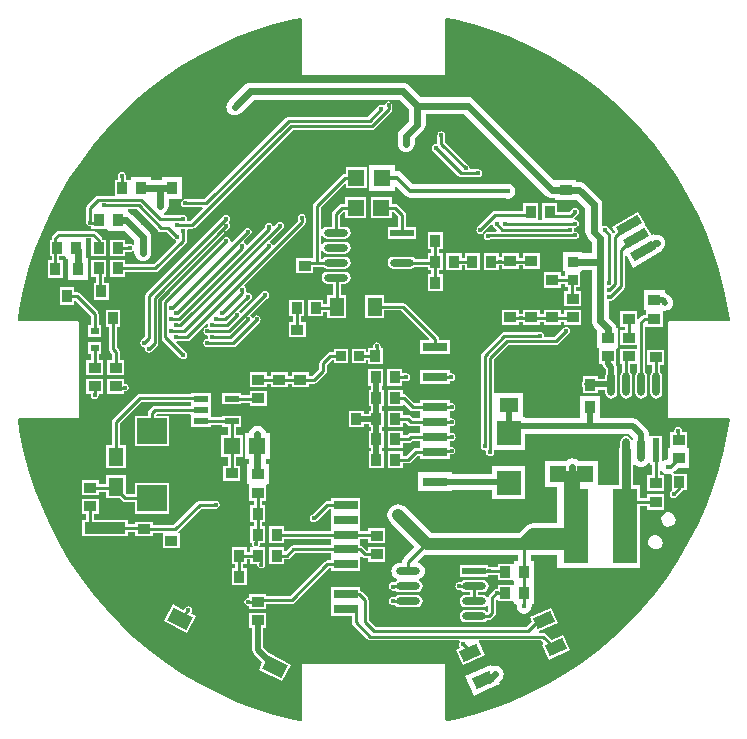
<source format=gbl>
%FSLAX44Y44*%
%MOMM*%
G71*
G01*
G75*
G04 Layer_Physical_Order=2*
G04 Layer_Color=16711680*
%ADD10R,1.3500X0.3000*%
%ADD11R,1.3500X0.2500*%
%ADD12R,0.5000X1.7000*%
G04:AMPARAMS|DCode=13|XSize=0.32mm|YSize=1.7mm|CornerRadius=0.08mm|HoleSize=0mm|Usage=FLASHONLY|Rotation=0.000|XOffset=0mm|YOffset=0mm|HoleType=Round|Shape=RoundedRectangle|*
%AMROUNDEDRECTD13*
21,1,0.3200,1.5400,0,0,0.0*
21,1,0.1600,1.7000,0,0,0.0*
1,1,0.1600,0.0800,-0.7700*
1,1,0.1600,-0.0800,-0.7700*
1,1,0.1600,-0.0800,0.7700*
1,1,0.1600,0.0800,0.7700*
%
%ADD13ROUNDEDRECTD13*%
G04:AMPARAMS|DCode=14|XSize=1.5mm|YSize=0.8mm|CornerRadius=0mm|HoleSize=0mm|Usage=FLASHONLY|Rotation=330.000|XOffset=0mm|YOffset=0mm|HoleType=Round|Shape=Rectangle|*
%AMROTATEDRECTD14*
4,1,4,-0.8495,0.0286,-0.4495,0.7214,0.8495,-0.0286,0.4495,-0.7214,-0.8495,0.0286,0.0*
%
%ADD14ROTATEDRECTD14*%

G04:AMPARAMS|DCode=15|XSize=1.5mm|YSize=1mm|CornerRadius=0mm|HoleSize=0mm|Usage=FLASHONLY|Rotation=240.000|XOffset=0mm|YOffset=0mm|HoleType=Round|Shape=Rectangle|*
%AMROTATEDRECTD15*
4,1,4,-0.0580,0.8995,0.8080,0.3995,0.0580,-0.8995,-0.8080,-0.3995,-0.0580,0.8995,0.0*
%
%ADD15ROTATEDRECTD15*%

G04:AMPARAMS|DCode=16|XSize=3mm|YSize=2.1mm|CornerRadius=0mm|HoleSize=0mm|Usage=FLASHONLY|Rotation=203.500|XOffset=0mm|YOffset=0mm|HoleType=Round|Shape=Rectangle|*
%AMROTATEDRECTD16*
4,1,4,0.9569,1.5610,1.7943,-0.3648,-0.9569,-1.5610,-1.7943,0.3648,0.9569,1.5610,0.0*
%
%ADD16ROTATEDRECTD16*%

G04:AMPARAMS|DCode=17|XSize=2.1mm|YSize=0.8mm|CornerRadius=0mm|HoleSize=0mm|Usage=FLASHONLY|Rotation=203.500|XOffset=0mm|YOffset=0mm|HoleType=Round|Shape=Rectangle|*
%AMROTATEDRECTD17*
4,1,4,0.8034,0.7855,1.1224,0.0519,-0.8034,-0.7855,-1.1224,-0.0519,0.8034,0.7855,0.0*
%
%ADD17ROTATEDRECTD17*%

G04:AMPARAMS|DCode=18|XSize=1.2954mm|YSize=1.1938mm|CornerRadius=0mm|HoleSize=0mm|Usage=FLASHONLY|Rotation=344.000|XOffset=0mm|YOffset=0mm|HoleType=Round|Shape=Rectangle|*
%AMROTATEDRECTD18*
4,1,4,-0.7871,-0.3952,-0.4581,0.7523,0.7871,0.3952,0.4581,-0.7523,-0.7871,-0.3952,0.0*
%
%ADD18ROTATEDRECTD18*%

G04:AMPARAMS|DCode=19|XSize=1.2954mm|YSize=1.1938mm|CornerRadius=0mm|HoleSize=0mm|Usage=FLASHONLY|Rotation=325.000|XOffset=0mm|YOffset=0mm|HoleType=Round|Shape=Rectangle|*
%AMROTATEDRECTD19*
4,1,4,-0.8729,-0.1175,-0.1882,0.8605,0.8729,0.1175,0.1882,-0.8605,-0.8729,-0.1175,0.0*
%
%ADD19ROTATEDRECTD19*%

%ADD20C,0.6000*%
%ADD21C,0.2540*%
%ADD22C,1.0000*%
%ADD23C,0.4000*%
%ADD24C,0.3000*%
G04:AMPARAMS|DCode=25|XSize=4mm|YSize=4mm|CornerRadius=2mm|HoleSize=0mm|Usage=FLASHONLY|Rotation=0.000|XOffset=0mm|YOffset=0mm|HoleType=Round|Shape=RoundedRectangle|*
%AMROUNDEDRECTD25*
21,1,4.0000,0.0000,0,0,0.0*
21,1,0.0000,4.0000,0,0,0.0*
1,1,4.0000,0.0000,0.0000*
1,1,4.0000,0.0000,0.0000*
1,1,4.0000,0.0000,0.0000*
1,1,4.0000,0.0000,0.0000*
%
%ADD25ROUNDEDRECTD25*%
%ADD26C,0.0254*%
%ADD27C,0.4500*%
G04:AMPARAMS|DCode=28|XSize=3mm|YSize=2.1mm|CornerRadius=0mm|HoleSize=0mm|Usage=FLASHONLY|Rotation=210.000|XOffset=0mm|YOffset=0mm|HoleType=Round|Shape=Rectangle|*
%AMROTATEDRECTD28*
4,1,4,0.7740,1.6593,1.8240,-0.1593,-0.7740,-1.6593,-1.8240,0.1593,0.7740,1.6593,0.0*
%
%ADD28ROTATEDRECTD28*%

G04:AMPARAMS|DCode=29|XSize=2.1mm|YSize=0.8mm|CornerRadius=0mm|HoleSize=0mm|Usage=FLASHONLY|Rotation=210.000|XOffset=0mm|YOffset=0mm|HoleType=Round|Shape=Rectangle|*
%AMROTATEDRECTD29*
4,1,4,0.7093,0.8714,1.1093,0.1786,-0.7093,-0.8714,-1.1093,-0.1786,0.7093,0.8714,0.0*
%
%ADD29ROTATEDRECTD29*%

%ADD30R,0.8890X1.0160*%
%ADD31R,2.1000X0.8000*%
%ADD32R,3.0000X2.1000*%
%ADD33R,1.0160X0.8890*%
%ADD34R,1.3970X1.3970*%
%ADD35R,0.8128X0.8128*%
%ADD36R,1.3970X1.3970*%
%ADD37R,1.2700X0.5080*%
%ADD38R,0.8128X0.8128*%
%ADD39R,2.0320X0.6096*%
%ADD40O,2.0320X0.6096*%
%ADD41R,2.0000X2.0000*%
%ADD42R,0.6096X2.0320*%
%ADD43O,0.6096X2.0320*%
%ADD44R,2.5000X2.2000*%
%ADD45R,1.2954X1.6002*%
%ADD46R,1.2000X1.6000*%
%ADD47R,1.6000X1.2000*%
%ADD48R,2.1500X6.3000*%
G04:AMPARAMS|DCode=49|XSize=1.6mm|YSize=1mm|CornerRadius=0mm|HoleSize=0mm|Usage=FLASHONLY|Rotation=24.000|XOffset=0mm|YOffset=0mm|HoleType=Round|Shape=Rectangle|*
%AMROTATEDRECTD49*
4,1,4,-0.5275,-0.7822,-0.9342,0.1314,0.5275,0.7822,0.9342,-0.1314,-0.5275,-0.7822,0.0*
%
%ADD49ROTATEDRECTD49*%

G04:AMPARAMS|DCode=50|XSize=1.8mm|YSize=1.2mm|CornerRadius=0mm|HoleSize=0mm|Usage=FLASHONLY|Rotation=153.000|XOffset=0mm|YOffset=0mm|HoleType=Round|Shape=Rectangle|*
%AMROTATEDRECTD50*
4,1,4,1.0743,0.1260,0.5295,-0.9432,-1.0743,-0.1260,-0.5295,0.9432,1.0743,0.1260,0.0*
%
%ADD50ROTATEDRECTD50*%

%ADD51R,0.8128X1.0668*%
%ADD52R,0.7000X0.6000*%
%ADD53R,3.5000X1.0000*%
%ADD54R,1.0668X0.8128*%
%ADD55C,0.8000*%
%ADD56C,0.5000*%
G36*
X-60698Y297114D02*
Y250000D01*
X-60494Y249506D01*
X-60000Y249302D01*
X60000D01*
X60494Y249506D01*
X60698Y250000D01*
Y297114D01*
X61680Y297919D01*
X67724Y296717D01*
X84254Y292453D01*
X100520Y287269D01*
X116469Y281181D01*
X132051Y274208D01*
X147219Y266372D01*
X161923Y257699D01*
X176117Y248214D01*
X189758Y237949D01*
X202801Y226935D01*
X215206Y215206D01*
X226935Y202801D01*
X237949Y189758D01*
X248214Y176117D01*
X257699Y161923D01*
X266372Y147219D01*
X274208Y132051D01*
X281181Y116469D01*
X287269Y100520D01*
X292453Y84254D01*
X296717Y67724D01*
X300048Y50980D01*
X301364Y41657D01*
X300531Y40698D01*
X250000D01*
X249506Y40494D01*
X249302Y40000D01*
Y-40000D01*
X249302Y-40000D01*
X249302D01*
X249506Y-40494D01*
X250000Y-40698D01*
X300531D01*
X301364Y-41657D01*
X300048Y-50980D01*
X296717Y-67724D01*
X292453Y-84254D01*
X287269Y-100520D01*
X281181Y-116469D01*
X274208Y-132051D01*
X266372Y-147219D01*
X257699Y-161923D01*
X248214Y-176117D01*
X237949Y-189758D01*
X226935Y-202801D01*
X215206Y-215206D01*
X202801Y-226935D01*
X189758Y-237949D01*
X176117Y-248214D01*
X161923Y-257699D01*
X147219Y-266372D01*
X132051Y-274208D01*
X116469Y-281181D01*
X100520Y-287269D01*
X84254Y-292453D01*
X67724Y-296717D01*
X61680Y-297919D01*
X60698Y-297114D01*
Y-250000D01*
X60494Y-249506D01*
X60000Y-249302D01*
X-60000D01*
X-60494Y-249506D01*
X-60698Y-250000D01*
Y-297114D01*
X-61680Y-297919D01*
X-67724Y-296717D01*
X-84254Y-292453D01*
X-100520Y-287269D01*
X-116469Y-281181D01*
X-132051Y-274208D01*
X-147219Y-266372D01*
X-161923Y-257699D01*
X-176117Y-248214D01*
X-189758Y-237949D01*
X-202801Y-226935D01*
X-215206Y-215206D01*
X-226935Y-202801D01*
X-237949Y-189758D01*
X-248214Y-176117D01*
X-257699Y-161923D01*
X-266372Y-147219D01*
X-274208Y-132051D01*
X-281181Y-116469D01*
X-287269Y-100520D01*
X-292453Y-84254D01*
X-296717Y-67724D01*
X-300048Y-50980D01*
X-301364Y-41657D01*
X-300531Y-40698D01*
X-250000D01*
X-249506Y-40494D01*
X-249302Y-40000D01*
Y40000D01*
X-249506Y40494D01*
X-250000Y40698D01*
X-300531D01*
X-301364Y41657D01*
X-300048Y50980D01*
X-296717Y67724D01*
X-292453Y84254D01*
X-287269Y100520D01*
X-281181Y116469D01*
X-274208Y132051D01*
X-266372Y147219D01*
X-257699Y161923D01*
X-248214Y176117D01*
X-237949Y189758D01*
X-226935Y202801D01*
X-215206Y215206D01*
X-202801Y226935D01*
X-189758Y237949D01*
X-176117Y248214D01*
X-161923Y257699D01*
X-147219Y266372D01*
X-132051Y274208D01*
X-116469Y281181D01*
X-100520Y287269D01*
X-84254Y292453D01*
X-67724Y296717D01*
X-61680Y297919D01*
X-60698Y297114D01*
D02*
G37*
%LPC*%
G36*
X8064Y630D02*
X-4826D01*
Y-13530D01*
X-2429D01*
Y-17050D01*
X-4286D01*
Y-31210D01*
X-2429D01*
Y-34830D01*
X-4286D01*
Y-37322D01*
X-8266D01*
Y-34830D01*
X-21156D01*
Y-48990D01*
X-8266D01*
Y-46498D01*
X-4286D01*
Y-48990D01*
X-2429D01*
Y-51970D01*
X-4286D01*
Y-66130D01*
X-2429D01*
Y-69120D01*
X-4286D01*
Y-83280D01*
X8604D01*
Y-69120D01*
X6747D01*
Y-66130D01*
X8604D01*
Y-51970D01*
X6747D01*
Y-48990D01*
X8604D01*
Y-34830D01*
X6747D01*
Y-31210D01*
X8604D01*
Y-17050D01*
X6747D01*
Y-13530D01*
X8064D01*
Y630D01*
D02*
G37*
G36*
X-229140Y-7906D02*
X-243300D01*
Y-20796D01*
X-239554D01*
Y-21930D01*
X-239300Y-23206D01*
X-238577Y-24288D01*
X-237496Y-25011D01*
X-236220Y-25264D01*
X-234944Y-25011D01*
X-233862Y-24288D01*
X-233140Y-23206D01*
X-232886Y-21930D01*
Y-20796D01*
X-229140D01*
Y-7906D01*
D02*
G37*
G36*
X24606Y-17050D02*
X11716D01*
Y-31210D01*
X24606D01*
Y-29882D01*
X25779Y-29396D01*
X30491Y-34107D01*
X31573Y-34830D01*
X32848Y-35084D01*
X39500D01*
Y-37652D01*
X39500Y-37652D01*
X39500D01*
X39500Y-37850D01*
Y-38200D01*
Y-38550D01*
X39500Y-38748D01*
X39500Y-38748D01*
X39500D01*
Y-41216D01*
X32866D01*
X31202Y-39553D01*
X30121Y-38830D01*
X28845Y-38576D01*
X24606D01*
Y-34830D01*
X11716D01*
Y-48990D01*
X24606D01*
Y-45244D01*
X27464D01*
X29127Y-46908D01*
X30209Y-47630D01*
X31485Y-47884D01*
X39500D01*
Y-50152D01*
X39500Y-50152D01*
X39500D01*
X39500Y-50550D01*
Y-50800D01*
Y-51050D01*
X39500Y-51448D01*
X39500Y-51448D01*
X39500D01*
Y-53816D01*
X31326D01*
X30051Y-54070D01*
X28969Y-54792D01*
X28045Y-55716D01*
X24606D01*
Y-51970D01*
X11716D01*
Y-66130D01*
X24606D01*
Y-62384D01*
X29427D01*
X30702Y-62130D01*
X31784Y-61407D01*
X31784Y-61407D01*
X31784Y-61407D01*
X32708Y-60484D01*
X39500D01*
Y-62852D01*
X39500Y-62852D01*
X39500D01*
X39500Y-63050D01*
Y-63400D01*
Y-63750D01*
X39500Y-63948D01*
X39500Y-63948D01*
X39500D01*
Y-66416D01*
X35617D01*
X34341Y-66670D01*
X33260Y-67393D01*
X27786Y-72866D01*
X24606D01*
Y-69120D01*
X11716D01*
Y-83280D01*
X24606D01*
Y-79534D01*
X29167D01*
X30443Y-79280D01*
X31525Y-78558D01*
X36998Y-73084D01*
X39500D01*
Y-75750D01*
X64500D01*
Y-71914D01*
X65850D01*
X67126Y-71660D01*
X68208Y-70938D01*
X68930Y-69856D01*
X69184Y-68580D01*
X68930Y-67304D01*
X68208Y-66223D01*
X67126Y-65500D01*
X65850Y-65246D01*
X64500D01*
Y-63948D01*
X64500Y-63948D01*
D01*
D01*
X64500Y-63750D01*
Y-63614D01*
Y-63400D01*
Y-63302D01*
Y-63050D01*
X64500Y-62907D01*
X64500Y-62852D01*
X64500Y-62852D01*
X64500D01*
Y-60484D01*
X66040D01*
X67316Y-60230D01*
X68397Y-59507D01*
X69120Y-58426D01*
X69374Y-57150D01*
X69120Y-55874D01*
X68397Y-54792D01*
X67316Y-54070D01*
X66040Y-53816D01*
X64500D01*
Y-51448D01*
X64500Y-51448D01*
D01*
D01*
X64500Y-51050D01*
Y-50980D01*
Y-50800D01*
X64500Y-50550D01*
D01*
X64500Y-50152D01*
X64500Y-50152D01*
X64500D01*
Y-47884D01*
X65850D01*
X67126Y-47630D01*
X68208Y-46908D01*
X68930Y-45826D01*
X69184Y-44550D01*
X68930Y-43274D01*
X68208Y-42193D01*
X67126Y-41470D01*
X65850Y-41216D01*
X64500D01*
Y-38748D01*
X64500Y-38748D01*
D01*
D01*
X64500Y-38550D01*
Y-38414D01*
Y-38200D01*
Y-38102D01*
Y-37850D01*
X64500Y-37707D01*
X64500Y-37652D01*
X64500Y-37652D01*
X64500D01*
Y-35084D01*
X65850D01*
X67126Y-34830D01*
X68208Y-34107D01*
X68930Y-33026D01*
X69184Y-31750D01*
X68930Y-30474D01*
X68208Y-29392D01*
X67126Y-28670D01*
X65850Y-28416D01*
X64500D01*
Y-25850D01*
X39500D01*
Y-28416D01*
X34229D01*
X27586Y-21772D01*
X26504Y-21050D01*
X25228Y-20796D01*
X24606D01*
Y-17050D01*
D02*
G37*
G36*
X-138000Y-20250D02*
X-154700D01*
Y-20796D01*
X-198120D01*
X-199396Y-21050D01*
X-200478Y-21772D01*
X-220798Y-42092D01*
X-221520Y-43174D01*
X-221774Y-44450D01*
Y-63659D01*
X-226917D01*
Y-83661D01*
X-209963D01*
Y-63659D01*
X-215106D01*
Y-45831D01*
X-196739Y-27464D01*
X-154700D01*
Y-28852D01*
X-154700Y-28852D01*
X-154700D01*
X-154700Y-29330D01*
Y-29540D01*
Y-29750D01*
Y-30058D01*
X-155598Y-30956D01*
X-185420D01*
X-186696Y-31210D01*
X-187778Y-31932D01*
X-190317Y-34472D01*
X-191040Y-35554D01*
X-191294Y-36830D01*
Y-39070D01*
X-202460D01*
Y-65070D01*
X-173460D01*
Y-39070D01*
X-183826D01*
X-183987Y-38680D01*
X-183282Y-37624D01*
X-155598D01*
X-154700Y-38522D01*
Y-38830D01*
Y-39040D01*
Y-39250D01*
X-154700Y-39728D01*
X-154700Y-39728D01*
X-154700D01*
Y-48330D01*
X-138000D01*
Y-47124D01*
X-128700D01*
Y-48330D01*
X-123684D01*
Y-55785D01*
X-129000D01*
Y-73755D01*
X-123684D01*
Y-81484D01*
X-127430D01*
Y-94374D01*
X-113270D01*
Y-81484D01*
X-117016D01*
Y-73755D01*
X-111030D01*
Y-55785D01*
X-117016D01*
Y-48330D01*
X-112000D01*
Y-39250D01*
X-128700D01*
Y-40456D01*
X-137102D01*
X-138000Y-39558D01*
X-138000Y-39250D01*
Y-39201D01*
Y-39040D01*
X-138000Y-38830D01*
X-138000Y-38352D01*
X-138000Y-38352D01*
X-138000D01*
Y-30228D01*
X-138000Y-30228D01*
D01*
D01*
X-138000Y-29750D01*
Y-29701D01*
Y-29540D01*
X-138000Y-29330D01*
X-138000Y-28852D01*
X-138000Y-28852D01*
X-138000D01*
Y-20250D01*
D02*
G37*
G36*
X128300Y-81930D02*
X100300D01*
Y-88594D01*
X66500D01*
Y-87150D01*
X37500D01*
Y-103150D01*
X66500D01*
Y-101706D01*
X100300D01*
Y-109930D01*
X128300D01*
Y-81930D01*
D02*
G37*
G36*
X245632Y16694D02*
X231472D01*
Y3804D01*
X235766D01*
Y-1604D01*
X235461Y-1809D01*
X234345Y-3478D01*
X233954Y-5448D01*
Y-19672D01*
X234345Y-21642D01*
X235461Y-23311D01*
X237131Y-24427D01*
X239100Y-24819D01*
X241070Y-24427D01*
X242740Y-23311D01*
X243856Y-21642D01*
X244247Y-19672D01*
Y-5448D01*
X243856Y-3478D01*
X242740Y-1809D01*
X242435Y-1604D01*
Y3804D01*
X245632D01*
Y16694D01*
D02*
G37*
G36*
X64500Y-450D02*
X39500D01*
Y-12450D01*
X64500D01*
Y-9784D01*
X65750D01*
X67026Y-9530D01*
X68108Y-8808D01*
X68830Y-7726D01*
X69084Y-6450D01*
X68830Y-5174D01*
X68108Y-4092D01*
X67026Y-3370D01*
X65750Y-3116D01*
X64500D01*
Y-450D01*
D02*
G37*
G36*
X-230720Y23300D02*
X-241720D01*
Y13300D01*
X-239554D01*
Y8096D01*
X-243300D01*
Y-4794D01*
X-229140D01*
Y8096D01*
X-232886D01*
Y13300D01*
X-230720D01*
Y23300D01*
D02*
G37*
G36*
X24066Y630D02*
X11176D01*
Y-13530D01*
X24066D01*
Y-9784D01*
X27500D01*
X28776Y-9530D01*
X29857Y-8808D01*
X30580Y-7726D01*
X30834Y-6450D01*
X30580Y-5174D01*
X29857Y-4092D01*
X28776Y-3370D01*
X27500Y-3116D01*
X24066D01*
Y630D01*
D02*
G37*
G36*
X-90710Y-18066D02*
X-104870D01*
Y-21456D01*
X-112000D01*
Y-20250D01*
X-128700D01*
Y-29330D01*
X-112000D01*
Y-28124D01*
X-104870D01*
Y-30956D01*
X-90710D01*
Y-18066D01*
D02*
G37*
G36*
X-211360Y-7906D02*
X-225520D01*
Y-20796D01*
X-211360D01*
Y-18574D01*
X-210820D01*
X-209544Y-18320D01*
X-208463Y-17598D01*
X-207740Y-16516D01*
X-207486Y-15240D01*
X-207740Y-13964D01*
X-208463Y-12882D01*
X-209544Y-12160D01*
X-210820Y-11906D01*
X-211360D01*
Y-7906D01*
D02*
G37*
G36*
X36182Y-190863D02*
X21958D01*
X19988Y-191254D01*
X18319Y-192370D01*
X18115Y-192675D01*
X16351D01*
X15075Y-192929D01*
X13993Y-193652D01*
X13270Y-194734D01*
X13016Y-196010D01*
X13270Y-197285D01*
X13993Y-198367D01*
X15075Y-199090D01*
X16351Y-199344D01*
X18115D01*
X18319Y-199649D01*
X19988Y-200765D01*
X21958Y-201156D01*
X36182D01*
X38152Y-200765D01*
X39821Y-199649D01*
X40937Y-197979D01*
X41329Y-196010D01*
X40937Y-194040D01*
X39821Y-192370D01*
X38152Y-191254D01*
X36182Y-190863D01*
D02*
G37*
G36*
X-11370Y-184400D02*
X-36370D01*
Y-196400D01*
X-36370Y-196400D01*
X-36370Y-197100D01*
X-36370D01*
Y-209100D01*
X-18574D01*
Y-213972D01*
X-18320Y-215247D01*
X-17598Y-216329D01*
X-17598Y-216329D01*
X-17598Y-216329D01*
X-5509Y-228417D01*
X-5509D01*
X-5509Y-228418D01*
X-5509Y-228418D01*
Y-228418D01*
X-4427Y-229140D01*
X-3152Y-229394D01*
X72380D01*
X72979Y-230514D01*
X72569Y-231128D01*
X72315Y-232404D01*
X72569Y-233680D01*
X73292Y-234761D01*
X73066Y-235981D01*
X69901Y-237390D01*
X75596Y-250179D01*
X93867Y-242045D01*
X88708Y-230459D01*
X89400Y-229394D01*
X141816D01*
X143639Y-231217D01*
X143408Y-232466D01*
X142353Y-232936D01*
X148048Y-245725D01*
X166319Y-237590D01*
X160624Y-224801D01*
X150957Y-229105D01*
X145555Y-223703D01*
X144473Y-222980D01*
X143197Y-222726D01*
X140311D01*
X140047Y-221484D01*
X155988Y-214386D01*
X150293Y-201597D01*
X132022Y-209732D01*
X133720Y-213545D01*
X129079Y-218186D01*
X1540D01*
X-4286Y-212360D01*
Y-195199D01*
X-4540Y-193923D01*
X-5263Y-192841D01*
X-10062Y-188043D01*
X-11143Y-187320D01*
X-11370Y-187275D01*
Y-184400D01*
D02*
G37*
G36*
X-170267Y-198901D02*
X-177531Y-213158D01*
X-157928Y-223145D01*
X-150665Y-208889D01*
X-154049Y-207165D01*
X-154370Y-205936D01*
X-153797Y-205079D01*
X-153543Y-203803D01*
X-153797Y-202527D01*
X-154520Y-201445D01*
X-155601Y-200723D01*
X-156877Y-200469D01*
X-158153Y-200723D01*
X-159235Y-201445D01*
X-161273Y-203484D01*
X-170267Y-198901D01*
D02*
G37*
G36*
X99517Y-249818D02*
X77592Y-259580D01*
X84913Y-276024D01*
X98771Y-269854D01*
X99630Y-269741D01*
X101333Y-269035D01*
X102334Y-268267D01*
X106838Y-266262D01*
X106101Y-264607D01*
X108018Y-262691D01*
X109140Y-261229D01*
X109845Y-259526D01*
X110086Y-257699D01*
X109845Y-255871D01*
X109140Y-254168D01*
X108018Y-252706D01*
X106556Y-251584D01*
X104853Y-250879D01*
X103025Y-250638D01*
X101198Y-250879D01*
X100177Y-251302D01*
X99517Y-249818D01*
D02*
G37*
G36*
X-91091Y-206026D02*
X-105251D01*
Y-218916D01*
X-102759D01*
Y-237619D01*
X-102410Y-239374D01*
X-101415Y-240863D01*
X-94276Y-248002D01*
X-97340Y-254017D01*
X-77738Y-264004D01*
X-70474Y-249748D01*
X-88984Y-240317D01*
X-93583Y-235718D01*
Y-218916D01*
X-91091D01*
Y-206026D01*
D02*
G37*
G36*
X-98425Y-47804D02*
X-100252Y-48044D01*
X-101955Y-48749D01*
X-103417Y-49872D01*
X-104539Y-51334D01*
X-105245Y-53037D01*
X-105343Y-53785D01*
X-109410D01*
Y-75755D01*
X-105485D01*
Y-80074D01*
X-107251D01*
Y-96964D01*
X-105251D01*
Y-98076D01*
X-105251D01*
Y-110966D01*
X-101505D01*
Y-114840D01*
X-104616D01*
Y-129000D01*
X-101505D01*
Y-132620D01*
X-104616D01*
Y-146780D01*
X-103124D01*
Y-147320D01*
X-102870Y-148596D01*
X-102413Y-149280D01*
X-103012Y-150400D01*
X-104616D01*
Y-154146D01*
X-107474D01*
Y-150400D01*
X-120364D01*
Y-164560D01*
X-117253D01*
Y-168180D01*
X-120364D01*
Y-182340D01*
X-107474D01*
Y-168180D01*
X-110585D01*
Y-164560D01*
X-107474D01*
Y-160814D01*
X-104616D01*
Y-164560D01*
X-98584D01*
Y-165100D01*
X-98330Y-166376D01*
X-97607Y-167458D01*
X-96526Y-168180D01*
X-95250Y-168434D01*
X-93974Y-168180D01*
X-92893Y-167458D01*
X-92170Y-166376D01*
X-91916Y-165100D01*
Y-164560D01*
X-91726D01*
Y-150400D01*
X-96568D01*
X-97167Y-149280D01*
X-96710Y-148596D01*
X-96456Y-147320D01*
Y-146780D01*
X-91726D01*
Y-132620D01*
X-94837D01*
Y-129000D01*
X-91726D01*
Y-114840D01*
X-94837D01*
Y-110966D01*
X-91091D01*
Y-98076D01*
X-91091D01*
Y-97862D01*
X-90193Y-96964D01*
X-89091D01*
Y-80074D01*
X-91365D01*
Y-75755D01*
X-87440D01*
Y-53785D01*
X-91507D01*
X-91605Y-53037D01*
X-92310Y-51334D01*
X-93433Y-49872D01*
X-94895Y-48749D01*
X-96598Y-48044D01*
X-98425Y-47804D01*
D02*
G37*
G36*
X250356Y-120852D02*
X247975Y-121008D01*
X245834Y-122064D01*
X244260Y-123858D01*
X243493Y-126118D01*
X243649Y-128500D01*
X244704Y-130641D01*
X246499Y-132215D01*
X248759Y-132982D01*
X251141Y-132826D01*
X253282Y-131770D01*
X254856Y-129976D01*
X255623Y-127716D01*
X255467Y-125334D01*
X254411Y-123193D01*
X252617Y-121619D01*
X250356Y-120852D01*
D02*
G37*
G36*
X-209963Y-89059D02*
X-226917D01*
Y-96615D01*
X-232950D01*
Y-93504D01*
X-247110D01*
Y-106394D01*
X-232950D01*
Y-103283D01*
X-226917D01*
Y-109061D01*
X-214932D01*
X-212565Y-111427D01*
X-211484Y-112150D01*
X-210208Y-112404D01*
X-202460D01*
Y-122070D01*
X-173460D01*
Y-96070D01*
X-202460D01*
Y-105736D01*
X-208827D01*
X-209963Y-104600D01*
Y-89059D01*
D02*
G37*
G36*
X-11370Y-108400D02*
X-36370D01*
Y-111066D01*
X-39270D01*
X-40546Y-111320D01*
X-41627Y-112043D01*
X-52555Y-122970D01*
X-53158Y-123372D01*
X-53880Y-124454D01*
X-54134Y-125730D01*
X-53880Y-127006D01*
X-53158Y-128088D01*
X-52076Y-128810D01*
X-50800Y-129064D01*
X-50600D01*
X-49324Y-128810D01*
X-48243Y-128088D01*
X-48242Y-128088D01*
X-48243Y-128088D01*
X-37889Y-117734D01*
X-36370D01*
Y-120202D01*
X-36370Y-120202D01*
X-36370D01*
X-36370Y-120400D01*
Y-120750D01*
Y-121100D01*
X-36370Y-121298D01*
X-36370Y-121298D01*
X-36370D01*
Y-132902D01*
X-36370Y-132902D01*
X-36370D01*
X-36370Y-133100D01*
Y-133450D01*
Y-133800D01*
X-36370Y-133998D01*
X-36370Y-133998D01*
X-36370D01*
Y-136466D01*
X-75724D01*
Y-132620D01*
X-88614D01*
Y-146780D01*
X-75724D01*
Y-143134D01*
X-36370D01*
Y-145402D01*
X-36370Y-145402D01*
X-36370D01*
X-36370Y-145800D01*
Y-146050D01*
Y-146300D01*
X-36370Y-146698D01*
X-36370Y-146698D01*
X-36370D01*
Y-148966D01*
X-68157D01*
X-69433Y-149220D01*
X-70515Y-149943D01*
X-74551Y-153979D01*
X-75724Y-153493D01*
Y-150400D01*
X-88614D01*
Y-164560D01*
X-75724D01*
Y-160814D01*
X-73337D01*
X-72061Y-160560D01*
X-70979Y-159838D01*
X-70979Y-159838D01*
X-70979Y-159838D01*
X-66776Y-155634D01*
X-36370D01*
Y-158102D01*
X-36370Y-158102D01*
X-36370D01*
X-36370Y-158300D01*
Y-158650D01*
Y-159000D01*
X-36370Y-159198D01*
X-36370Y-159198D01*
X-36370D01*
Y-161666D01*
X-39270D01*
X-40546Y-161920D01*
X-41627Y-162642D01*
X-70750Y-191765D01*
X-91091D01*
Y-190024D01*
X-105251D01*
Y-193135D01*
X-106221D01*
X-107496Y-193389D01*
X-108578Y-194111D01*
X-109301Y-195193D01*
X-109555Y-196469D01*
X-109301Y-197745D01*
X-108578Y-198827D01*
X-107496Y-199549D01*
X-106221Y-199803D01*
X-105251D01*
Y-202914D01*
X-91091D01*
Y-198433D01*
X-69369D01*
X-68093Y-198179D01*
X-67011Y-197456D01*
X-67011Y-197457D01*
X-67011Y-197456D01*
X-37889Y-168334D01*
X-36370D01*
Y-171000D01*
X-11370D01*
Y-159198D01*
X-11370Y-159198D01*
D01*
D01*
X-11370Y-159000D01*
Y-158864D01*
Y-158834D01*
X-10925Y-158650D01*
X-9895Y-158650D01*
X-9973Y-158572D01*
X-9597Y-158948D01*
X-9597D01*
X-9597Y-158949D01*
X-9596D01*
X-9596Y-158949D01*
Y-158949D01*
X-9596Y-158949D01*
Y-158949D01*
X-8515Y-159671D01*
X-7239Y-159925D01*
X-4540D01*
Y-163036D01*
X9620D01*
Y-150146D01*
X-4540D01*
Y-153257D01*
X-5858D01*
X-9172Y-149943D01*
X-10254Y-149220D01*
X-11370Y-148998D01*
Y-146698D01*
X-11370Y-146698D01*
D01*
D01*
X-11370Y-146300D01*
Y-146230D01*
Y-146050D01*
X-11370Y-145800D01*
D01*
X-11370Y-145402D01*
X-11370Y-145402D01*
X-11370D01*
Y-143134D01*
X-4540D01*
Y-147034D01*
X9620D01*
Y-134144D01*
X-4540D01*
Y-136466D01*
X-11370D01*
Y-133998D01*
X-11370Y-133998D01*
D01*
D01*
X-11370Y-133800D01*
Y-133664D01*
Y-133450D01*
Y-133352D01*
Y-133100D01*
X-11370Y-132957D01*
X-11370Y-132902D01*
X-11370Y-132902D01*
X-11370D01*
Y-121298D01*
X-11370Y-121298D01*
D01*
D01*
X-11370Y-121100D01*
Y-120964D01*
Y-120750D01*
Y-120652D01*
Y-120400D01*
X-11370Y-120257D01*
X-11370Y-120202D01*
X-11370Y-120202D01*
X-11370D01*
Y-108400D01*
D02*
G37*
G36*
X239256Y-140077D02*
X236875Y-140234D01*
X234734Y-141289D01*
X233160Y-143084D01*
X232393Y-145344D01*
X232549Y-147726D01*
X233605Y-149867D01*
X235399Y-151441D01*
X237659Y-152208D01*
X240041Y-152052D01*
X242182Y-150996D01*
X243756Y-149201D01*
X244523Y-146941D01*
X244367Y-144559D01*
X243311Y-142419D01*
X241517Y-140845D01*
X239256Y-140077D01*
D02*
G37*
G36*
X-232950Y-109506D02*
X-247110D01*
Y-122396D01*
X-243364D01*
Y-127180D01*
X-247010D01*
Y-141180D01*
X-208011D01*
Y-137514D01*
X-201758D01*
Y-141357D01*
X-187090D01*
Y-138627D01*
X-178822D01*
Y-138627D01*
Y-138767D01*
X-178822Y-139525D01*
X-178822Y-139525D01*
X-178822D01*
Y-150895D01*
X-164154D01*
Y-138767D01*
X-165210D01*
X-165743Y-137969D01*
X-165898Y-137593D01*
X-146039Y-117734D01*
X-133740D01*
X-132464Y-117480D01*
X-131382Y-116757D01*
X-130659Y-115676D01*
X-130406Y-114400D01*
X-130659Y-113124D01*
X-131382Y-112043D01*
X-132464Y-111320D01*
X-133740Y-111066D01*
X-147420D01*
X-148696Y-111320D01*
X-149777Y-112043D01*
X-169694Y-131959D01*
X-187090D01*
Y-129229D01*
X-201758D01*
Y-130846D01*
X-208011D01*
Y-127180D01*
X-236696D01*
Y-122396D01*
X-232950D01*
Y-109506D01*
D02*
G37*
G36*
X-214967Y50552D02*
X-227095D01*
Y35884D01*
X-224365D01*
Y17500D01*
X-224111Y16224D01*
X-223388Y15143D01*
X-221774Y13528D01*
Y8096D01*
X-225520D01*
Y-4794D01*
X-211360D01*
Y8096D01*
X-215106D01*
Y14909D01*
X-215360Y16185D01*
X-216082Y17267D01*
X-217697Y18881D01*
Y35884D01*
X-214967D01*
Y50552D01*
D02*
G37*
G36*
X24768Y242643D02*
X-104650D01*
X-106477Y242402D01*
X-108180Y241697D01*
X-109642Y240575D01*
X-122777Y227440D01*
X-123899Y225978D01*
X-124604Y224275D01*
X-124845Y222448D01*
X-124604Y220620D01*
X-123899Y218918D01*
X-122777Y217455D01*
X-121314Y216333D01*
X-119612Y215628D01*
X-117784Y215387D01*
X-115957Y215628D01*
X-114254Y216333D01*
X-112792Y217455D01*
X-101725Y228522D01*
X21843D01*
X29770Y220595D01*
Y210375D01*
X22508Y203112D01*
X21386Y201650D01*
X20680Y199947D01*
X20440Y198120D01*
Y191060D01*
X20680Y189232D01*
X21386Y187529D01*
X22508Y186067D01*
X23970Y184945D01*
X25673Y184240D01*
X27500Y183999D01*
X29327Y184240D01*
X31030Y184945D01*
X32492Y186067D01*
X33614Y187529D01*
X34320Y189232D01*
X34560Y191060D01*
Y195196D01*
X41822Y202458D01*
X42944Y203920D01*
X43650Y205623D01*
X43890Y207450D01*
Y216460D01*
X76641D01*
X146074Y147027D01*
X147536Y145905D01*
X149239Y145199D01*
X151066Y144959D01*
X153480D01*
Y143574D01*
X171640D01*
X171640Y143574D01*
Y143574D01*
X172213Y143811D01*
X179208Y136816D01*
Y116595D01*
X179208Y116595D01*
X179208D01*
X179448Y114768D01*
X180154Y113065D01*
X181276Y111603D01*
X184710Y108169D01*
Y98500D01*
X176405D01*
Y99504D01*
X160277D01*
Y83376D01*
X162277D01*
Y82264D01*
X162277D01*
Y79153D01*
X158210D01*
Y82264D01*
X144050D01*
Y69374D01*
X158210D01*
Y72485D01*
X162277D01*
Y70136D01*
X164626D01*
Y66516D01*
X161261D01*
Y53626D01*
X175421D01*
Y66516D01*
X171294D01*
Y70136D01*
X174405D01*
Y82264D01*
X174405D01*
Y82478D01*
X175303Y83376D01*
X176405D01*
Y84380D01*
X184710D01*
Y73500D01*
Y68500D01*
Y41040D01*
X184950Y39212D01*
X185655Y37510D01*
X186778Y36047D01*
X189040Y33785D01*
Y18606D01*
X191040D01*
Y17494D01*
X191040D01*
Y4604D01*
X193626D01*
X193881Y3324D01*
X194876Y1836D01*
X196412Y299D01*
Y-3228D01*
X196245Y-3478D01*
X195854Y-5448D01*
Y-7972D01*
X189706D01*
Y-5620D01*
X176816D01*
Y-10348D01*
X176511Y-10804D01*
X176162Y-12560D01*
X176511Y-14316D01*
X176816Y-14772D01*
Y-19780D01*
X189706D01*
Y-17148D01*
X195854D01*
Y-19672D01*
X196245Y-21642D01*
X197361Y-23311D01*
X199031Y-24427D01*
X201000Y-24819D01*
X202970Y-24427D01*
X204640Y-23311D01*
X205756Y-21642D01*
X206147Y-19672D01*
Y-5448D01*
X205756Y-3478D01*
X205589Y-3228D01*
Y2200D01*
X205239Y3955D01*
X205025Y4276D01*
X205200Y4604D01*
X205200D01*
X205200Y4604D01*
Y17494D01*
X205200D01*
Y17708D01*
X206098Y18606D01*
X207200D01*
Y35496D01*
X205074D01*
X204940Y36517D01*
X204235Y38220D01*
X203112Y39682D01*
X203032Y39762D01*
X198830Y43964D01*
Y57379D01*
X199390Y57838D01*
X199790D01*
X201066Y58092D01*
X202147Y58815D01*
X211892Y68559D01*
X211892Y68559D01*
X211892Y68559D01*
X212614Y69641D01*
X212868Y70917D01*
Y95854D01*
X214095Y96183D01*
X219804Y86294D01*
X244919Y100794D01*
X244366Y101752D01*
X244910Y102170D01*
X246032Y103632D01*
X246737Y105335D01*
X246978Y107162D01*
X246737Y108989D01*
X246032Y110692D01*
X244910Y112155D01*
X243447Y113277D01*
X241745Y113982D01*
X239917Y114223D01*
X237972D01*
X237223Y114124D01*
X236919Y114650D01*
X235965Y114099D01*
X234738Y114428D01*
X229937Y122743D01*
X229937Y122743D01*
X229687Y123176D01*
X229687D01*
X229687Y123177D01*
X223687Y133569D01*
X202036Y121069D01*
X204473Y116848D01*
X203471Y115845D01*
X202207Y115970D01*
X201747Y116657D01*
X197938Y120468D01*
X196856Y121190D01*
X195580Y121444D01*
X194310Y121192D01*
X193328Y121997D01*
Y139741D01*
X193088Y141568D01*
X192383Y143271D01*
X191261Y144733D01*
X178982Y157011D01*
X177520Y158133D01*
X175817Y158839D01*
X173990Y159079D01*
X171640D01*
Y160464D01*
X153480D01*
X153480Y160464D01*
Y160464D01*
X152862Y160208D01*
X84557Y228512D01*
X83095Y229634D01*
X81392Y230340D01*
X79565Y230580D01*
X39755D01*
X29760Y240575D01*
X28298Y241697D01*
X26595Y242402D01*
X24768Y242643D01*
D02*
G37*
G36*
X-60960Y131604D02*
X-62236Y131350D01*
X-63317Y130627D01*
X-64040Y129546D01*
X-64294Y128270D01*
Y125897D01*
X-84464Y105726D01*
X-85728Y105851D01*
X-86238Y106614D01*
X-87320Y107336D01*
X-87617Y107395D01*
X-87986Y108611D01*
X-77034Y119563D01*
X-76311Y120644D01*
X-76057Y121920D01*
X-76311Y123196D01*
X-77034Y124277D01*
X-78116Y125000D01*
X-79391Y125254D01*
X-80667Y125000D01*
X-81749Y124277D01*
X-84582Y121445D01*
X-85797Y121813D01*
X-85820Y121926D01*
X-86543Y123007D01*
X-87624Y123730D01*
X-88900Y123984D01*
X-90176Y123730D01*
X-91257Y123007D01*
X-91980Y121926D01*
X-92234Y120650D01*
Y120213D01*
X-107079Y105368D01*
X-108295Y105736D01*
X-108330Y105913D01*
X-109052Y106995D01*
X-109873Y107543D01*
X-109998Y108807D01*
X-104398Y114407D01*
X-103675Y115489D01*
X-103421Y116764D01*
X-103675Y118040D01*
X-104398Y119122D01*
X-105480Y119845D01*
X-106756Y120098D01*
X-108032Y119845D01*
X-109113Y119122D01*
X-120297Y107938D01*
X-121417Y108537D01*
X-121371Y108770D01*
X-121625Y110045D01*
X-122347Y111127D01*
X-123429Y111850D01*
X-124705Y112104D01*
X-125981Y111850D01*
X-127063Y111127D01*
X-178888Y59302D01*
X-179610Y58221D01*
X-179864Y56945D01*
Y27490D01*
X-179610Y26214D01*
X-178888Y25133D01*
X-163647Y9893D01*
X-162566Y9170D01*
X-161290Y8916D01*
X-160014Y9170D01*
X-158933Y9893D01*
X-158210Y10974D01*
X-157956Y12250D01*
X-158210Y13526D01*
X-158933Y14607D01*
X-167318Y22993D01*
X-166831Y24166D01*
X-157976D01*
X-156700Y24420D01*
X-155618Y25143D01*
X-141286Y39474D01*
X-140240Y38776D01*
X-140494Y37500D01*
X-140240Y36224D01*
X-140240D01*
X-140970Y35834D01*
X-142246Y35580D01*
X-143328Y34857D01*
X-144050Y33776D01*
X-144304Y32500D01*
X-144050Y31224D01*
X-143328Y30143D01*
X-142246Y29420D01*
X-141074Y29187D01*
X-140369Y28131D01*
X-140494Y27500D01*
X-140240Y26224D01*
X-140240D01*
X-140970Y25834D01*
X-142246Y25580D01*
X-143328Y24857D01*
X-144050Y23776D01*
X-144304Y22500D01*
X-144050Y21224D01*
X-143328Y20143D01*
X-142246Y19420D01*
X-140970Y19166D01*
X-119060D01*
X-117784Y19420D01*
X-116702Y20143D01*
X-96702Y40142D01*
X-95980Y41224D01*
X-95726Y42500D01*
X-95980Y43776D01*
X-96702Y44858D01*
X-97784Y45580D01*
X-99060Y45834D01*
X-100336Y45580D01*
X-101418Y44858D01*
X-102337Y43938D01*
X-103601Y44062D01*
X-104132Y44858D01*
X-104323Y44984D01*
X-104447Y46248D01*
X-90618Y60078D01*
X-89682Y60703D01*
X-88960Y61784D01*
X-88706Y63060D01*
X-88960Y64336D01*
X-89682Y65418D01*
X-90764Y66140D01*
X-92040Y66394D01*
X-92350D01*
X-93626Y66140D01*
X-94708Y65418D01*
X-112119Y48007D01*
X-113383Y48131D01*
X-113510Y48321D01*
X-113700Y48448D01*
X-113825Y49712D01*
X-104132Y59404D01*
X-103410Y60486D01*
X-103156Y61761D01*
X-103410Y63037D01*
X-104132Y64119D01*
X-105214Y64842D01*
X-106490Y65096D01*
X-106868Y65020D01*
X-107849Y65826D01*
Y67310D01*
X-108103Y68586D01*
X-108826Y69668D01*
X-109353Y70019D01*
X-109477Y71283D01*
X-58602Y122158D01*
X-57880Y123240D01*
X-57626Y124515D01*
X-57626Y124515D01*
X-57626Y124515D01*
Y124515D01*
Y128270D01*
X-57880Y129546D01*
X-58602Y130627D01*
X-59684Y131350D01*
X-60960Y131604D01*
D02*
G37*
G36*
X-237490Y117634D02*
X-266298D01*
X-267574Y117380D01*
X-268656Y116657D01*
X-271818Y113495D01*
X-272541Y112413D01*
X-272795Y111137D01*
Y109950D01*
X-274318D01*
Y95790D01*
X-272795D01*
Y92538D01*
X-275525D01*
Y77870D01*
X-263397D01*
Y92538D01*
X-266127D01*
Y95790D01*
X-261428D01*
Y95790D01*
X-261214D01*
X-260316Y94892D01*
Y93790D01*
X-258449D01*
Y75870D01*
X-242321D01*
Y94538D01*
X-243325D01*
Y101308D01*
X-243426Y102078D01*
Y110966D01*
X-239236D01*
Y109950D01*
X-239236Y109950D01*
X-239236Y109950D01*
Y109950D01*
D01*
Y95790D01*
X-226346D01*
Y109950D01*
X-229526D01*
X-229711Y110877D01*
X-230433Y111959D01*
X-235133Y116657D01*
X-236214Y117380D01*
X-237490Y117634D01*
D02*
G37*
G36*
X58558Y116300D02*
X45668D01*
Y102140D01*
X48779D01*
Y98520D01*
X45554D01*
Y93844D01*
X34945D01*
X34741Y94150D01*
X33072Y95266D01*
X31102Y95657D01*
X16878D01*
X14908Y95266D01*
X13239Y94150D01*
X12123Y92480D01*
X11731Y90511D01*
X12123Y88541D01*
X13239Y86871D01*
X14908Y85755D01*
X16878Y85364D01*
X31102D01*
X33072Y85755D01*
X34741Y86871D01*
X34945Y87176D01*
X45554D01*
Y84360D01*
X48779D01*
Y80740D01*
X45554D01*
Y66580D01*
X58444D01*
Y80740D01*
X55447D01*
Y84360D01*
X58444D01*
Y98520D01*
X55447D01*
Y102140D01*
X58558D01*
Y116300D01*
D02*
G37*
G36*
X89884Y98520D02*
X76994D01*
Y94774D01*
X74446D01*
Y98520D01*
X61556D01*
Y84360D01*
X74446D01*
Y88106D01*
X76994D01*
Y84360D01*
X89884D01*
Y98520D01*
D02*
G37*
G36*
X15310Y146145D02*
X-2659D01*
Y128175D01*
X15310D01*
Y133255D01*
X16484Y133741D01*
X20656Y129569D01*
Y120958D01*
X11830D01*
Y110863D01*
X36150D01*
Y120958D01*
X27324D01*
Y130950D01*
X27070Y132226D01*
X26347Y133308D01*
X20138Y139517D01*
X19056Y140240D01*
X17780Y140494D01*
X15310D01*
Y146145D01*
D02*
G37*
G36*
X57150Y201699D02*
X55874Y201445D01*
X54792Y200722D01*
X54070Y199641D01*
X53816Y198365D01*
Y191603D01*
X52834Y190798D01*
X52500Y190864D01*
X51224Y190610D01*
X50142Y189888D01*
X49420Y188806D01*
X49166Y187530D01*
X49420Y186254D01*
X50142Y185173D01*
X71642Y163673D01*
X71642D01*
X71642Y163673D01*
X71642D01*
X71642Y163673D01*
Y163673D01*
X71642Y163673D01*
Y163673D01*
X72724Y162950D01*
X74000Y162696D01*
X88560D01*
X89836Y162950D01*
X90918Y163673D01*
X91048Y163803D01*
X91771Y164885D01*
X92025Y166161D01*
X91771Y167436D01*
X91048Y168518D01*
X89966Y169241D01*
X88691Y169495D01*
X88036Y169364D01*
X81955D01*
X81150Y170346D01*
X81194Y170570D01*
X80941Y171846D01*
X80218Y172928D01*
X60484Y192661D01*
Y198365D01*
X60230Y199641D01*
X59507Y200722D01*
X58426Y201445D01*
X57150Y201699D01*
D02*
G37*
G36*
X12500Y227054D02*
X11224Y226800D01*
X10143Y226077D01*
X9420Y224996D01*
X9198Y223879D01*
X8024Y223393D01*
X7601Y223676D01*
X6326Y223930D01*
X5050Y223676D01*
X3968Y222953D01*
X-4831Y214154D01*
X-71980D01*
X-73256Y213900D01*
X-74338Y213178D01*
X-143447Y144068D01*
X-159932D01*
X-161208Y143815D01*
X-162290Y143092D01*
X-163013Y142010D01*
X-163267Y140735D01*
X-163013Y139459D01*
X-162290Y138377D01*
X-161208Y137654D01*
X-159932Y137400D01*
X-145353D01*
X-144867Y136227D01*
X-155260Y125834D01*
X-157576D01*
X-158381Y126816D01*
X-158245Y127500D01*
X-158499Y128776D01*
X-159222Y129858D01*
X-160303Y130580D01*
X-161579Y130834D01*
X-177542D01*
X-177789Y132080D01*
X-177220Y132316D01*
X-175758Y133438D01*
X-174636Y134900D01*
X-173930Y136603D01*
X-173690Y138430D01*
Y144590D01*
X-162299D01*
Y162750D01*
X-179188D01*
Y160730D01*
X-188405D01*
Y162750D01*
X-205295D01*
Y160750D01*
X-206407D01*
Y160750D01*
X-209983D01*
Y163935D01*
X-210237Y165211D01*
X-210960Y166292D01*
X-212041Y167015D01*
X-213317Y167269D01*
X-214593Y167015D01*
X-215675Y166292D01*
X-216398Y165211D01*
X-216651Y163935D01*
Y160750D01*
X-219297D01*
Y146844D01*
X-233290D01*
X-234566Y146590D01*
X-235647Y145868D01*
X-242388Y139127D01*
X-243110Y138046D01*
X-243364Y136770D01*
Y124460D01*
X-243110Y123184D01*
X-242388Y122102D01*
X-241306Y121380D01*
X-240030Y121126D01*
X-239236D01*
Y119150D01*
X-226346D01*
Y119150D01*
X-226132D01*
X-225234Y118252D01*
Y117150D01*
X-210772D01*
X-202640Y109018D01*
Y105114D01*
X-203856Y104746D01*
X-204207Y105271D01*
X-205289Y105994D01*
X-206564Y106248D01*
X-206785Y106204D01*
X-210344D01*
Y109950D01*
X-223234D01*
Y95790D01*
X-210344D01*
Y99536D01*
X-206608D01*
X-205332Y99790D01*
X-204251Y100513D01*
X-204251Y100512D01*
X-204251Y100513D01*
X-204207Y100556D01*
X-203856Y101082D01*
X-202640Y100713D01*
Y99060D01*
X-202400Y97233D01*
X-201695Y95530D01*
X-200572Y94068D01*
X-199110Y92945D01*
X-197407Y92240D01*
X-195580Y92000D01*
X-193753Y92240D01*
X-192050Y92945D01*
X-190588Y94068D01*
X-189466Y95530D01*
X-188760Y97233D01*
X-188520Y99060D01*
Y111943D01*
X-188760Y113770D01*
X-189466Y115473D01*
X-190588Y116935D01*
X-204875Y131222D01*
X-206337Y132345D01*
X-208040Y133050D01*
X-208344Y133090D01*
Y134738D01*
X-208344Y134738D01*
D01*
D01*
X-208344Y135310D01*
D01*
X-208018Y135636D01*
X-200556D01*
X-182482Y117563D01*
X-181401Y116840D01*
X-180125Y116586D01*
X-175264D01*
X-168821Y110142D01*
X-167739Y109420D01*
X-167516Y109375D01*
X-167148Y108160D01*
X-186236Y89072D01*
X-210344D01*
Y92818D01*
X-223234D01*
Y78658D01*
X-210344D01*
Y82404D01*
X-184855D01*
X-183579Y82658D01*
X-182497Y83381D01*
X-159222Y106656D01*
X-159222Y106656D01*
X-159222Y106656D01*
X-158499Y107738D01*
X-158245Y109014D01*
Y117500D01*
X-158381Y118184D01*
X-157576Y119166D01*
X-153879D01*
X-152604Y119420D01*
X-151522Y120142D01*
X-151522Y120142D01*
X-151522Y120142D01*
X-68719Y202946D01*
X-1569D01*
X-294Y203200D01*
X788Y203923D01*
X788Y203923D01*
X788Y203923D01*
X14858Y217992D01*
X15580Y219074D01*
X15834Y220350D01*
Y223720D01*
X15580Y224996D01*
X14858Y226077D01*
X13776Y226800D01*
X12500Y227054D01*
D02*
G37*
G36*
X-5620Y171545D02*
X-23590D01*
Y165894D01*
X-24130D01*
X-25406Y165640D01*
X-26488Y164918D01*
X-50617Y140787D01*
X-51340Y139706D01*
X-51594Y138430D01*
Y94456D01*
X-65500D01*
Y81566D01*
X-51340D01*
Y87176D01*
X-42846D01*
X-42641Y86871D01*
X-40972Y85755D01*
X-39002Y85364D01*
X-24778D01*
X-22808Y85755D01*
X-21139Y86871D01*
X-20023Y88541D01*
X-19631Y90511D01*
X-20023Y92480D01*
X-21139Y94150D01*
X-22808Y95266D01*
X-24778Y95657D01*
X-39002D01*
X-40972Y95266D01*
X-42641Y94150D01*
X-42846Y93844D01*
X-44926D01*
Y100803D01*
X-43711Y101171D01*
X-42641Y99571D01*
X-40972Y98455D01*
X-39002Y98064D01*
X-24778D01*
X-22808Y98455D01*
X-21139Y99571D01*
X-20023Y101241D01*
X-19631Y103210D01*
X-20023Y105180D01*
X-21139Y106850D01*
X-22808Y107966D01*
X-24778Y108357D01*
X-39002D01*
X-40972Y107966D01*
X-42641Y106850D01*
X-43711Y105250D01*
X-44926Y105618D01*
Y113503D01*
X-43711Y113871D01*
X-42641Y112271D01*
X-40972Y111155D01*
X-39002Y110764D01*
X-24778D01*
X-22808Y111155D01*
X-21139Y112271D01*
X-20023Y113941D01*
X-19631Y115911D01*
X-20023Y117880D01*
X-21139Y119550D01*
X-22808Y120666D01*
X-24778Y121057D01*
X-28556D01*
Y130559D01*
X-25423Y133692D01*
X-24249Y133206D01*
Y128175D01*
X-6280D01*
Y146145D01*
X-24249D01*
Y140494D01*
X-26670D01*
X-27946Y140240D01*
X-29028Y139517D01*
X-34248Y134298D01*
X-34970Y133216D01*
X-35224Y131940D01*
Y121057D01*
X-39002D01*
X-40972Y120666D01*
X-42641Y119550D01*
X-43711Y117950D01*
X-44926Y118318D01*
Y137049D01*
X-24763Y157212D01*
X-23590Y156726D01*
Y153575D01*
X-5620D01*
Y171545D01*
D02*
G37*
G36*
X155416Y140580D02*
X142526D01*
Y126834D01*
X139414D01*
Y140580D01*
X126524D01*
Y134144D01*
X102870D01*
X101594Y133890D01*
X100513Y133167D01*
X87812Y120468D01*
X87090Y119386D01*
X86836Y118110D01*
X87090Y116834D01*
X87812Y115752D01*
X88894Y115030D01*
X90170Y114776D01*
X91446Y115030D01*
X92528Y115752D01*
X99688Y122913D01*
X100903Y122544D01*
X101100Y121554D01*
X101823Y120472D01*
X104288Y118007D01*
X103801Y116834D01*
X96895D01*
X95619Y116580D01*
X94537Y115858D01*
X94067Y115387D01*
X93344Y114306D01*
X93090Y113030D01*
X93344Y111754D01*
X94067Y110673D01*
X95149Y109950D01*
X96425Y109696D01*
X97700Y109950D01*
X98024Y110166D01*
X170330D01*
X171606Y110420D01*
X172687Y111143D01*
X173410Y112224D01*
X173664Y113500D01*
X173410Y114776D01*
X172687Y115857D01*
X171606Y116580D01*
X170330Y116834D01*
X169450Y117224D01*
X169450D01*
X169704Y118500D01*
X169450Y119776D01*
X169450Y119776D01*
D01*
X170330Y120166D01*
X171606Y120420D01*
X172687Y121143D01*
X173410Y122224D01*
X173664Y123500D01*
X173410Y124776D01*
X172687Y125857D01*
X171606Y126580D01*
X170330Y126834D01*
X170039D01*
X169552Y128007D01*
X172687Y131143D01*
X173410Y132224D01*
X173664Y133500D01*
X173410Y134776D01*
X172687Y135857D01*
X171606Y136580D01*
X170330Y136834D01*
X169054Y136580D01*
X167973Y135857D01*
X165568Y133453D01*
X155416D01*
Y140580D01*
D02*
G37*
G36*
X17970Y173545D02*
X-4000D01*
Y151575D01*
X17970D01*
Y154610D01*
X19143Y155096D01*
X27074Y147165D01*
X28894Y145949D01*
X31040Y145522D01*
X110663D01*
X111081Y145243D01*
X113520Y144758D01*
X115959Y145243D01*
X118026Y146624D01*
X119407Y148691D01*
X119892Y151130D01*
X119407Y153569D01*
X118026Y155636D01*
X115959Y157017D01*
X113520Y157502D01*
X111081Y157017D01*
X110663Y156738D01*
X33362D01*
X23575Y166525D01*
X21756Y167741D01*
X19610Y168168D01*
X17970D01*
Y173545D01*
D02*
G37*
G36*
X105886Y98520D02*
X92996D01*
Y84360D01*
X105886D01*
Y88106D01*
X108490D01*
Y85376D01*
X122650D01*
Y88106D01*
X126270D01*
Y85376D01*
X140430D01*
Y98266D01*
X126270D01*
Y94774D01*
X122650D01*
Y98266D01*
X108490D01*
Y95872D01*
X107508Y95066D01*
X107061Y95155D01*
X106868Y95117D01*
X105886Y95922D01*
Y98520D01*
D02*
G37*
G36*
X-125030Y131095D02*
X-126306Y130841D01*
X-127388Y130119D01*
X-192507Y64998D01*
X-193230Y63917D01*
X-193484Y62641D01*
Y28041D01*
X-196667Y24857D01*
X-197390Y23776D01*
X-197644Y22500D01*
X-197390Y21224D01*
X-196667Y20143D01*
X-195586Y19420D01*
X-194414Y19187D01*
X-193709Y18131D01*
X-193834Y17500D01*
X-193580Y16224D01*
X-192857Y15143D01*
X-191776Y14420D01*
X-190500Y14166D01*
X-189224Y14420D01*
X-188143Y15143D01*
X-183253Y20032D01*
X-182530Y21114D01*
X-182530Y21114D01*
X-182530Y21114D01*
X-182276Y22390D01*
Y59380D01*
X-122383Y119273D01*
X-121660Y120354D01*
X-121406Y121630D01*
X-121660Y122906D01*
X-122383Y123988D01*
X-122573Y124115D01*
X-122697Y125379D01*
X-122672Y125403D01*
X-121950Y126485D01*
X-121696Y127761D01*
X-121950Y129037D01*
X-122672Y130119D01*
X-123754Y130841D01*
X-125030Y131095D01*
D02*
G37*
G36*
X163075Y36354D02*
X161799Y36100D01*
X160718Y35378D01*
X152634Y27294D01*
X145065D01*
X144260Y28276D01*
X144304Y28500D01*
X144050Y29776D01*
X143328Y30858D01*
X142246Y31580D01*
X140970Y31834D01*
X110679D01*
X109403Y31580D01*
X108970Y31291D01*
X108322Y30858D01*
X91622Y14158D01*
X90900Y13077D01*
X90646Y11801D01*
Y-64770D01*
X90900Y-66046D01*
X91622Y-67127D01*
X92704Y-67850D01*
X93980Y-68104D01*
X94204Y-68060D01*
X95186Y-68865D01*
Y-70040D01*
X95440Y-71316D01*
X96163Y-72397D01*
X97244Y-73120D01*
X98520Y-73374D01*
X99796Y-73120D01*
X100878Y-72397D01*
X101600Y-71316D01*
X101854Y-70040D01*
Y-67930D01*
X128300D01*
Y-54360D01*
X216538D01*
X219844Y-57666D01*
Y-58738D01*
X219689Y-59113D01*
X219243Y-59202D01*
X218406Y-59284D01*
X217340Y-57689D01*
X215670Y-56573D01*
X213701Y-56181D01*
X211731Y-56573D01*
X210061Y-57689D01*
X208945Y-59358D01*
X208554Y-61328D01*
Y-65343D01*
X208049Y-66099D01*
X207583Y-68440D01*
Y-97790D01*
X190055D01*
Y-77280D01*
X173188D01*
X173148Y-77228D01*
X171686Y-76106D01*
X169983Y-75401D01*
X168156Y-75160D01*
X166329Y-75401D01*
X164626Y-76106D01*
X163164Y-77228D01*
X163124Y-77280D01*
X145225D01*
Y-99250D01*
X155575D01*
Y-130363D01*
X134879D01*
X132530Y-130673D01*
X130340Y-131579D01*
X128460Y-133022D01*
X122655Y-138827D01*
X49176D01*
X27120Y-116771D01*
X25240Y-115329D01*
X23050Y-114422D01*
X20701Y-114112D01*
X18352Y-114422D01*
X16162Y-115329D01*
X14282Y-116771D01*
X12839Y-118651D01*
X11933Y-120841D01*
X11623Y-123190D01*
X11933Y-125540D01*
X12839Y-127729D01*
X14282Y-129609D01*
X33920Y-149247D01*
Y-150517D01*
X25271Y-159167D01*
X24106Y-160910D01*
X23697Y-162966D01*
Y-163501D01*
X21958D01*
X20118Y-163743D01*
X18404Y-164453D01*
X16931Y-165583D01*
X15802Y-167055D01*
X15091Y-168770D01*
X14849Y-170609D01*
X15091Y-172449D01*
X15802Y-174164D01*
X16931Y-175636D01*
X18404Y-176766D01*
X19743Y-177321D01*
X19832Y-177767D01*
X19914Y-178604D01*
X18319Y-179670D01*
X18115Y-179975D01*
X16351D01*
X15075Y-180229D01*
X13993Y-180952D01*
X13270Y-182034D01*
X13016Y-183309D01*
Y-183783D01*
X13270Y-185059D01*
X13993Y-186140D01*
X15075Y-186863D01*
X16351Y-187117D01*
X17626Y-186863D01*
X17955Y-186644D01*
X18115D01*
X18319Y-186949D01*
X19988Y-188065D01*
X21958Y-188456D01*
X36182D01*
X38152Y-188065D01*
X39821Y-186949D01*
X40937Y-185279D01*
X41329Y-183309D01*
X40937Y-181340D01*
X39821Y-179670D01*
X38226Y-178604D01*
X38308Y-177767D01*
X38397Y-177321D01*
X39736Y-176766D01*
X41209Y-175636D01*
X42338Y-174164D01*
X43049Y-172449D01*
X43291Y-170609D01*
X43049Y-168770D01*
X42338Y-167055D01*
X41209Y-165583D01*
X39736Y-164453D01*
X38022Y-163743D01*
X37564Y-163683D01*
X37155Y-162480D01*
X42993Y-156643D01*
X43066Y-156673D01*
X45415Y-156982D01*
X45416Y-156982D01*
X122008D01*
Y-162370D01*
X118936D01*
Y-164370D01*
X117824D01*
Y-164370D01*
X104934D01*
Y-167276D01*
X97110D01*
Y-165562D01*
X72790D01*
Y-175658D01*
X97110D01*
Y-173944D01*
X104934D01*
Y-178530D01*
X117824D01*
Y-178530D01*
X118038D01*
X118936Y-179428D01*
Y-180530D01*
Y-182150D01*
X117824D01*
Y-182150D01*
X104934D01*
Y-185100D01*
X104140Y-185841D01*
X104140D01*
Y-185841D01*
D01*
D01*
D01*
X102864Y-186095D01*
X101783Y-186818D01*
X101761Y-186851D01*
X101728Y-186873D01*
X97972Y-190628D01*
X97250Y-191710D01*
X97117Y-192377D01*
X95871Y-192624D01*
X95701Y-192370D01*
X94032Y-191254D01*
X92062Y-190863D01*
X88284D01*
Y-188456D01*
X92062D01*
X94032Y-188065D01*
X95701Y-186949D01*
X96817Y-185279D01*
X97209Y-183309D01*
X96817Y-181340D01*
X95701Y-179670D01*
X94032Y-178554D01*
X92062Y-178163D01*
X77838D01*
X75868Y-178554D01*
X74199Y-179670D01*
X73933Y-180068D01*
X72946D01*
X72482Y-179975D01*
X71206Y-180229D01*
X70125Y-180952D01*
X70033Y-181044D01*
X69310Y-182126D01*
X69056Y-183402D01*
X69310Y-184678D01*
X70033Y-185759D01*
X71114Y-186482D01*
X72390Y-186736D01*
X74056D01*
X74199Y-186949D01*
X75868Y-188065D01*
X77838Y-188456D01*
X81616D01*
Y-190863D01*
X77838D01*
X75868Y-191254D01*
X74199Y-192370D01*
X73083Y-194040D01*
X72691Y-196010D01*
X73083Y-197979D01*
X74199Y-199649D01*
X75868Y-200765D01*
X77838Y-201156D01*
X92062D01*
X94032Y-200765D01*
X95701Y-199649D01*
X95781Y-199530D01*
X96996Y-199899D01*
Y-204459D01*
X96080Y-205375D01*
X95701Y-205070D01*
X95701Y-205070D01*
Y-205070D01*
X94032Y-203954D01*
X92062Y-203563D01*
X77838D01*
X75868Y-203954D01*
X74199Y-205070D01*
X73083Y-206740D01*
X72691Y-208710D01*
X73083Y-210679D01*
X74199Y-212349D01*
X75868Y-213465D01*
X77838Y-213856D01*
X92062D01*
X94032Y-213465D01*
X95701Y-212349D01*
X95905Y-212044D01*
X97460D01*
X98736Y-211790D01*
X99818Y-211067D01*
X99818Y-211067D01*
X99818Y-211067D01*
X102688Y-208197D01*
X102688Y-208198D01*
X102688Y-208197D01*
X103410Y-207116D01*
X103664Y-205840D01*
Y-195373D01*
X104720Y-194667D01*
X104934Y-194756D01*
Y-196310D01*
X117824D01*
Y-196310D01*
X118038D01*
X118936Y-197208D01*
Y-198310D01*
X120383D01*
X121189Y-199292D01*
X121009Y-200198D01*
X121494Y-202637D01*
X122875Y-204704D01*
X124942Y-206085D01*
X127381Y-206570D01*
X129820Y-206085D01*
X131887Y-204704D01*
X133268Y-202637D01*
X133753Y-200198D01*
X133573Y-199292D01*
X134379Y-198310D01*
X135826D01*
Y-180530D01*
Y-162370D01*
X132754D01*
Y-156982D01*
X155575D01*
Y-167640D01*
X225425D01*
Y-115475D01*
X231680D01*
Y-118586D01*
X245840D01*
Y-105696D01*
X231680D01*
Y-108807D01*
X225425D01*
Y-97790D01*
X219818D01*
Y-80527D01*
X221021Y-80118D01*
X221374Y-80579D01*
X222846Y-81708D01*
X224561Y-82419D01*
X226401Y-82661D01*
X228240Y-82419D01*
X229955Y-81708D01*
X231427Y-80579D01*
X232557Y-79106D01*
X232807Y-78503D01*
X234053Y-78751D01*
Y-80600D01*
X235426D01*
Y-89694D01*
X231680D01*
Y-102584D01*
X245840D01*
Y-89694D01*
X242094D01*
Y-85645D01*
X243309Y-85276D01*
X244278Y-86727D01*
X246346Y-88108D01*
X248784Y-88593D01*
X251223Y-88108D01*
X252254Y-89651D01*
Y-102330D01*
X252254Y-102330D01*
X252254D01*
X252265Y-102356D01*
X251569Y-103053D01*
X250846Y-104134D01*
X250592Y-105410D01*
X250846Y-106686D01*
X251569Y-107767D01*
X252650Y-108490D01*
X253926Y-108744D01*
X255202Y-108490D01*
X256284Y-107767D01*
X261056Y-102995D01*
X261501Y-102330D01*
X265144D01*
Y-88170D01*
X253987D01*
X253619Y-86955D01*
X255018Y-86020D01*
X257288Y-83750D01*
X267214D01*
Y-66860D01*
X265214D01*
Y-65748D01*
X265214D01*
Y-52858D01*
X261144D01*
Y-51673D01*
X260890Y-50397D01*
X260168Y-49315D01*
X259086Y-48592D01*
X257810Y-48338D01*
X256534Y-48592D01*
X255452Y-49315D01*
X254730Y-50397D01*
X254476Y-51673D01*
Y-52858D01*
X251054D01*
Y-65748D01*
X251054D01*
Y-65962D01*
X250156Y-66860D01*
X249054D01*
Y-75627D01*
X248784Y-75848D01*
X246346Y-76333D01*
X245268Y-77053D01*
X244149Y-76454D01*
Y-56280D01*
X234053D01*
Y-56280D01*
X233855D01*
X232957Y-55382D01*
Y-54950D01*
X232733Y-53254D01*
X232462Y-52599D01*
X232078Y-51673D01*
X231036Y-50315D01*
X223889Y-43168D01*
X222532Y-42126D01*
X221605Y-41742D01*
X220951Y-41471D01*
X219254Y-41248D01*
X191706D01*
Y-40830D01*
X191706D01*
Y-22670D01*
X174816D01*
Y-40830D01*
D01*
Y-40830D01*
X174398Y-41248D01*
X128300D01*
Y-39930D01*
X126600D01*
Y-19970D01*
X102600D01*
D01*
X102600D01*
X101854Y-19224D01*
Y8539D01*
X113941Y20626D01*
X154015D01*
X155291Y20880D01*
X156373Y21602D01*
X156373Y21602D01*
X156373Y21602D01*
X165433Y30663D01*
X166155Y31744D01*
X166409Y33020D01*
X166155Y34296D01*
X165433Y35378D01*
X164351Y36100D01*
X163075Y36354D01*
D02*
G37*
G36*
X2540Y22945D02*
X1264Y22691D01*
X182Y21968D01*
X-540Y20886D01*
X-794Y19611D01*
Y18510D01*
X-5026D01*
Y14764D01*
X-6636D01*
Y17494D01*
X-18764D01*
Y5366D01*
X-6636D01*
Y8096D01*
X-5026D01*
Y4350D01*
X7864D01*
Y18510D01*
X5874D01*
Y19611D01*
X5620Y20886D01*
X4897Y21968D01*
X3816Y22691D01*
X2540Y22945D01*
D02*
G37*
G36*
X-21876Y17494D02*
X-34004D01*
Y14764D01*
X-36700D01*
X-37976Y14510D01*
X-39058Y13787D01*
X-45203Y7642D01*
X-45926Y6560D01*
X-46179Y5285D01*
Y446D01*
X-51800Y-5175D01*
X-55150D01*
Y-2064D01*
X-69310D01*
Y-5175D01*
X-72930D01*
Y-2064D01*
X-87090D01*
Y-5175D01*
X-90710D01*
Y-2064D01*
X-104870D01*
Y-14954D01*
X-90710D01*
Y-11843D01*
X-87090D01*
Y-14954D01*
X-72930D01*
Y-11843D01*
X-69310D01*
Y-14954D01*
X-55150D01*
Y-11843D01*
X-50419D01*
X-49143Y-11589D01*
X-48061Y-10867D01*
X-48061Y-10867D01*
X-48061Y-10867D01*
X-40488Y-3293D01*
X-39765Y-2211D01*
X-39765Y-2211D01*
X-39765Y-2211D01*
X-39511Y-935D01*
Y3904D01*
X-35319Y8096D01*
X-34004D01*
Y5366D01*
X-21876D01*
Y17494D01*
D02*
G37*
G36*
X8760Y63340D02*
X-7240D01*
Y43340D01*
X8760D01*
Y50006D01*
X23069D01*
X46952Y26123D01*
X46466Y24950D01*
X39500D01*
Y12950D01*
X64500D01*
Y24950D01*
X55334D01*
Y25790D01*
X55080Y27066D01*
X54358Y28147D01*
X26807Y55697D01*
X25726Y56420D01*
X24450Y56674D01*
X8760D01*
Y63340D01*
D02*
G37*
G36*
X-58706Y59150D02*
X-71596D01*
Y44990D01*
X-68485D01*
Y40236D01*
X-71850D01*
Y27346D01*
X-57690D01*
Y40236D01*
X-61817D01*
Y44990D01*
X-58706D01*
Y59150D01*
D02*
G37*
G36*
X-24778Y82957D02*
X-39002D01*
X-40972Y82566D01*
X-42641Y81450D01*
X-43757Y79780D01*
X-44149Y77811D01*
X-43757Y75841D01*
X-42641Y74171D01*
X-40972Y73055D01*
X-39002Y72664D01*
X-34574D01*
Y63340D01*
X-39240D01*
Y55404D01*
X-42704D01*
Y59150D01*
X-55594D01*
Y44990D01*
X-42704D01*
Y48736D01*
X-39240D01*
Y43340D01*
X-23240D01*
Y63340D01*
X-27906D01*
Y72664D01*
X-24778D01*
X-22808Y73055D01*
X-21139Y74171D01*
X-20023Y75841D01*
X-19631Y77811D01*
X-20023Y79780D01*
X-21139Y81450D01*
X-22808Y82566D01*
X-24778Y82957D01*
D02*
G37*
G36*
X-226346Y92818D02*
X-239236D01*
Y78658D01*
X-235215D01*
Y73488D01*
X-236632D01*
Y58820D01*
X-224505D01*
Y73488D01*
X-228547D01*
Y78658D01*
X-226346D01*
Y92818D01*
D02*
G37*
G36*
X246570Y67246D02*
X228410D01*
Y50356D01*
X230410D01*
Y49244D01*
X230410D01*
Y46133D01*
X229251D01*
X227975Y45879D01*
X226893Y45156D01*
X224153Y42417D01*
X223428Y42717D01*
X222980Y43017D01*
Y49244D01*
X208820D01*
Y36354D01*
X212418D01*
Y33496D01*
X208673D01*
Y20606D01*
X222168D01*
X222168Y20606D01*
Y20606D01*
X222833Y20606D01*
X223066Y20372D01*
Y17494D01*
X223066D01*
X222833D01*
X222168Y17494D01*
X222168Y17494D01*
Y17494D01*
X208673D01*
Y4604D01*
X210366D01*
Y-1604D01*
X210061Y-1809D01*
X208945Y-3478D01*
X208554Y-5448D01*
Y-19672D01*
X208945Y-21642D01*
X210061Y-23311D01*
X211731Y-24427D01*
X213701Y-24819D01*
X215670Y-24427D01*
X217340Y-23311D01*
X218456Y-21642D01*
X218847Y-19672D01*
Y-5448D01*
X218456Y-3478D01*
X217340Y-1809D01*
X217034Y-1604D01*
Y4604D01*
X222168D01*
X222168Y4604D01*
Y4604D01*
X222833Y4604D01*
X223066Y4370D01*
Y-1604D01*
X222761Y-1809D01*
X221645Y-3478D01*
X221254Y-5448D01*
Y-19672D01*
X221645Y-21642D01*
X222761Y-23311D01*
X224431Y-24427D01*
X226401Y-24819D01*
X228370Y-24427D01*
X230040Y-23311D01*
X231156Y-21642D01*
X231547Y-19672D01*
Y-5448D01*
X231156Y-3478D01*
X230040Y-1809D01*
X229734Y-1604D01*
Y36354D01*
X230410D01*
Y36354D01*
X244570D01*
Y49207D01*
X245525Y50044D01*
X246924Y49860D01*
X248621Y50083D01*
X250202Y50738D01*
X251560Y51780D01*
X252602Y53138D01*
X253257Y54719D01*
X253480Y56416D01*
X253257Y58113D01*
X252602Y59694D01*
X251560Y61052D01*
X249175Y63437D01*
X247817Y64479D01*
X246891Y64862D01*
X246570Y64995D01*
Y67246D01*
D02*
G37*
G36*
X-253859Y69602D02*
X-265987D01*
Y54934D01*
X-253859D01*
Y58255D01*
X-252686Y58741D01*
X-239554Y45609D01*
Y37500D01*
X-241720D01*
Y27500D01*
X-230720D01*
Y37500D01*
X-232886D01*
Y46990D01*
X-233140Y48266D01*
X-233862Y49348D01*
X-249141Y64626D01*
X-250222Y65348D01*
X-251498Y65602D01*
X-253859D01*
Y69602D01*
D02*
G37*
G36*
X175421Y50514D02*
X161261D01*
Y46834D01*
X158210D01*
Y50514D01*
X144050D01*
Y46834D01*
X140430D01*
Y50514D01*
X126270D01*
Y46834D01*
X122650D01*
Y50514D01*
X108490D01*
Y37624D01*
X122650D01*
Y40166D01*
X126270D01*
Y37624D01*
X140430D01*
Y40166D01*
X144050D01*
Y37624D01*
X158210D01*
Y40166D01*
X161261D01*
Y37624D01*
X175421D01*
Y50514D01*
D02*
G37*
%LPD*%
D20*
X237972Y107162D02*
X239917D01*
X233680Y102870D02*
X237972Y107162D01*
X230760Y102870D02*
X233680D01*
X228362Y100472D02*
X230760Y102870D01*
X191770Y108500D02*
Y111094D01*
Y68500D02*
Y73500D01*
Y88500D01*
Y91440D01*
X227665Y100472D02*
X228362D01*
X224776Y97583D02*
X227665Y100472D01*
X223313Y97583D02*
X224776D01*
X191770Y91440D02*
Y108500D01*
X162560Y152019D02*
X173990D01*
X168341Y91440D02*
X191770D01*
X-98425Y-88265D02*
Y-64770D01*
X-250385Y85204D02*
Y93980D01*
Y101308D01*
X-180750Y153260D02*
X-180340Y153670D01*
X-180750Y138430D02*
Y153260D01*
X-196850Y153670D02*
X-180340D01*
X-170744D01*
X-98425Y-64770D02*
Y-54864D01*
X92215Y-262921D02*
X97803D01*
X103025Y-257699D01*
X-216789Y126230D02*
X-209867D01*
X24768Y235582D02*
X36830Y223520D01*
X-104650Y235582D02*
X24768D01*
X-117784Y222448D02*
X-104650Y235582D01*
X36830Y207450D02*
Y223520D01*
X27500Y198120D02*
X36830Y207450D01*
X198120Y27051D02*
Y34690D01*
X198040Y34770D02*
X198120Y34690D01*
X191770Y41040D02*
Y68500D01*
X-209867Y126230D02*
X-195580Y111943D01*
Y99060D02*
Y111943D01*
X168156Y-100286D02*
Y-88774D01*
Y-82220D01*
X156719Y-88774D02*
X168156D01*
X163627Y-124688D02*
Y-88774D01*
X156210Y-88265D02*
X179070D01*
X171020Y-132080D02*
Y-88774D01*
X27500Y191060D02*
Y198120D01*
X36830Y223520D02*
X79565D01*
X151066Y152019D01*
X162560D01*
X186268Y116595D02*
X191770Y111094D01*
X186268Y116595D02*
Y139741D01*
X173990Y152019D02*
X186268Y139741D01*
X191770Y41040D02*
X198040Y34770D01*
D21*
X53170Y-68580D02*
X65850D01*
Y-57150D02*
X66040D01*
X238760Y-96139D02*
Y-68780D01*
X214081Y-112141D02*
X238760D01*
X215753Y27051D02*
Y42799D01*
X239100Y-12560D02*
Y9701D01*
X213701Y-12560D02*
Y9908D01*
X-23870Y-139800D02*
X1751D01*
X-23870Y-152300D02*
X-11530D01*
X-7239Y-156591D01*
X2540D01*
X-82069Y-139800D02*
X-23870D01*
X52000Y-6450D02*
X65750D01*
X116139Y43500D02*
X124460D01*
X168341D01*
X149860Y75819D02*
X167960D01*
Y60452D02*
Y75819D01*
X-97790Y-8509D02*
X-80010D01*
X-62230D01*
X-31240Y53340D02*
Y75890D01*
X22720Y90511D02*
X51069D01*
X52113Y73774D02*
Y109220D01*
X68001Y91440D02*
X83439D01*
X106680D02*
X107061Y91821D01*
X99441Y91440D02*
X106680D01*
X132969D01*
X-119060Y22500D02*
X-99060Y42500D01*
X-140970Y22500D02*
X-119060D01*
X-121490Y27500D02*
X-106490Y42500D01*
X-137160Y27500D02*
X-121490D01*
X-92350Y63060D02*
X-92040D01*
X-122910Y32500D02*
X-92350Y63060D01*
X-140970Y32500D02*
X-122910D01*
X-190500Y17500D02*
X-185610Y22390D01*
X-124331Y37500D02*
X-115868Y45964D01*
X-137160Y37500D02*
X-124331D01*
X-133270Y42500D02*
X-125751D01*
X-106490Y61761D01*
X-128445Y47500D02*
X-111183Y64762D01*
Y67310D01*
X6326Y137160D02*
X17780D01*
X23990Y130950D01*
Y115911D02*
Y130950D01*
X-31890Y115911D02*
Y131940D01*
X-26670Y137160D01*
X-15265D01*
X75649Y-232404D02*
X81884Y-238638D01*
Y-239717D02*
Y-238638D01*
X226401Y-12560D02*
Y39949D01*
X229251Y42799D01*
X237490D01*
X-23870Y-190400D02*
X-12419D01*
X139921Y-212059D02*
X144005D01*
X-206608Y102870D02*
X-206564Y102914D01*
X-215879Y102870D02*
X-206608D01*
X-269461Y85204D02*
Y111137D01*
X-266298Y114300D01*
X-236220Y1651D02*
Y18300D01*
Y-21930D02*
Y-14351D01*
X-164098Y-211023D02*
X-156877Y-203803D01*
X143197Y-226060D02*
X152400Y-235263D01*
X130460Y-221520D02*
X139921Y-212059D01*
X-98171Y-139700D02*
Y-121920D01*
Y-104521D01*
X16351Y-183309D02*
X29070D01*
X16351Y-183783D02*
Y-183309D01*
X84950Y-208710D02*
X97460D01*
X100330Y-205840D01*
Y-192985D01*
X104086Y-189230D01*
X72390Y-183402D02*
X72482Y-183309D01*
X72390Y-183402D02*
X84858D01*
X84950Y-196010D02*
Y-183494D01*
X-231881Y67467D02*
X-230569Y66154D01*
X-231881Y67467D02*
Y85738D01*
X-259923Y62268D02*
X-251498D01*
X-236220Y46990D01*
Y32500D02*
Y46990D01*
X-218440Y1651D02*
Y14909D01*
X-221031Y17500D02*
X-218440Y14909D01*
X-221031Y17500D02*
Y43218D01*
X-217551Y-15240D02*
X-210820D01*
X-113919Y-175260D02*
Y-157480D01*
X-98171D01*
X-97790Y-195099D02*
X-69369D01*
X-39270Y-165000D01*
X-23870D01*
X-240030Y-132500D02*
Y-115951D01*
Y-132500D02*
X-238350Y-134180D01*
X-227510D01*
X-218440Y-73660D02*
Y-44450D01*
X-240030Y-99949D02*
X-219329D01*
X-210208Y-109070D01*
X-187960D01*
Y-52070D02*
Y-36830D01*
X-185420Y-34290D01*
X-146350D01*
X-218440Y-44450D02*
X-198120Y-24130D01*
X-147010D01*
X-146350Y-24790D01*
Y-43790D02*
X-120350D01*
Y-86639D02*
Y-43790D01*
Y-24790D02*
X-98069D01*
X253926Y-105410D02*
X258699Y-100637D01*
Y-95250D01*
X-24130Y162560D02*
X-14605D01*
X-48260Y138430D02*
X-24130Y162560D01*
X219247Y111297D02*
X222112D01*
X214463Y122123D02*
X215862D01*
X96425Y113030D02*
X96895Y113500D01*
X104140Y-189175D02*
X104194Y-189230D01*
X111379D01*
X104086D02*
X104194D01*
X97790Y-170609D02*
X110539D01*
X199390Y73660D02*
Y114300D01*
X195580Y118110D02*
X199390Y114300D01*
X209534Y70917D02*
Y101584D01*
X219247Y111297D01*
X204470Y112129D02*
X214463Y122123D01*
X204470Y72390D02*
Y112129D01*
X199390Y67310D02*
X199461D01*
X204470Y72319D01*
X57150Y191280D02*
X77860Y170570D01*
X57150Y191280D02*
Y198365D01*
X88560Y166030D02*
X88691Y166161D01*
X74000Y166030D02*
X88560D01*
X52500Y187530D02*
X74000Y166030D01*
X760Y53340D02*
X24450D01*
X52000Y25790D01*
Y18950D02*
Y25790D01*
X-58420Y88011D02*
X-55921Y90511D01*
X-48260D01*
X-31890D01*
X-48260D02*
Y138430D01*
X-49149Y52070D02*
X-32510D01*
X-62230Y-8509D02*
X-50419D01*
X-213317Y154135D02*
Y163935D01*
Y154135D02*
X-212852Y153670D01*
X-194424Y-135293D02*
X-168313D01*
X-227510Y-134180D02*
X-194424D01*
X-147420Y-114400D02*
X-133740D01*
X-168313Y-135293D02*
X-147420Y-114400D01*
X115570Y60071D02*
Y75819D01*
Y60071D02*
X151130D01*
X124576Y76047D02*
X128042D01*
X115570Y75819D02*
X124576D01*
X128042D02*
X133350D01*
X83370Y109220D02*
X87179Y105410D01*
X68115Y109220D02*
X83370D01*
X84950Y-170609D02*
X97790D01*
X29070D02*
Y-162966D01*
X44132Y-147904D01*
X45415D01*
X93980Y-64770D02*
Y11801D01*
X98520Y-70040D02*
Y9920D01*
X110679Y28500D02*
X140970D01*
X93980Y11801D02*
X110679Y28500D01*
X127381Y-200198D02*
Y-189230D01*
X-161579Y109014D02*
Y117500D01*
X-184855Y85738D02*
X-161579Y109014D01*
X-215879Y85738D02*
X-184855D01*
X-173883Y119920D02*
X-166463Y112500D01*
X-240030Y124460D02*
Y136770D01*
X-233290Y143510D01*
X-240030Y124460D02*
X-234561D01*
X-232791Y126230D01*
X-65151Y34172D02*
Y52070D01*
X127381Y-189230D02*
Y-148870D01*
X-39270Y-114400D02*
X-23870D01*
X-50600Y-125730D02*
X-39270Y-114400D01*
X-50800Y-125730D02*
X-50600D01*
X-228004Y138970D02*
X-199175D01*
X-180125Y119920D01*
X-173883D01*
X-233290Y143510D02*
X-197294D01*
X-12419Y-190400D02*
X-7620Y-195199D01*
X-23870Y-203100D02*
X-17630D01*
X-15240Y-205490D01*
X159Y-221520D02*
X130460D01*
X-7620Y-213741D02*
X159Y-221520D01*
X-7620Y-213741D02*
Y-195199D01*
X-15240Y-213972D02*
Y-205490D01*
Y-213972D02*
X-3152Y-226060D01*
X143197D01*
X-163811Y37500D02*
X-79391Y121920D01*
X-167640Y37500D02*
X-163811D01*
X-165232Y42500D02*
X-88900Y118832D01*
X-171521Y42500D02*
X-165232D01*
X-88900Y118832D02*
Y120650D01*
X-167640Y47500D02*
X-166652D01*
X-190150Y62641D02*
X-125030Y127761D01*
X-185610Y60760D02*
X-124740Y121630D01*
X-181070Y58880D02*
X-124705Y115245D01*
X-190150Y26660D02*
Y62641D01*
X-194310Y22500D02*
X-190150Y26660D01*
X-185610Y22390D02*
Y60760D01*
X-181070Y21799D02*
Y58880D01*
X-176530Y56945D02*
X-124705Y108770D01*
X-176530Y27490D02*
X-161290Y12250D01*
X-176530Y27490D02*
Y56945D01*
X-171521Y32500D02*
X-160540D01*
X-232791Y102870D02*
Y109601D01*
X-237490Y114300D02*
X-232791Y109601D01*
X-266298Y114300D02*
X-237490D01*
X-3450Y210820D02*
X6326Y220595D01*
X-1569Y206280D02*
X12500Y220350D01*
X-70100Y206280D02*
X-1569D01*
X12500Y220350D02*
Y223720D01*
X96895Y113500D02*
X170330D01*
X110800Y123500D02*
X170330D01*
X104180Y122830D02*
X108510Y118500D01*
X166370D01*
X-106221Y-196469D02*
X-98171D01*
X-82169Y-157480D02*
X-73337D01*
X-68157Y-152300D01*
X-23870D01*
X16351Y-196010D02*
X29070D01*
X18161Y-76200D02*
X29167D01*
X35617Y-69750D01*
X52000D01*
X18161Y-59050D02*
X29427D01*
X31326Y-57150D01*
X51900D01*
X52000Y-57050D01*
X51900Y-57150D02*
X65850D01*
X28845Y-41910D02*
X31485Y-44550D01*
X18161Y-41910D02*
X28845D01*
X31485Y-44550D02*
X52000D01*
X65850D01*
X32848Y-31750D02*
X65850D01*
X18161Y-24130D02*
X25228D01*
X32848Y-31750D01*
X17621Y-6450D02*
X27500D01*
X-36700Y11430D02*
X-27940D01*
X-50419Y-8509D02*
X-42846Y-935D01*
Y5285D01*
X-36700Y11430D01*
X-12700D02*
X1419D01*
X2540Y12551D02*
Y19611D01*
X251218Y-82220D02*
X258134Y-75305D01*
X248784Y-82220D02*
X251218D01*
X257810Y-58980D02*
Y-51673D01*
X-95250Y-165100D02*
Y-160401D01*
X-98171Y-157480D02*
X-95250Y-160401D01*
X-99790Y-147320D02*
Y-141319D01*
X90170Y118110D02*
X102870Y130810D01*
X130279D01*
X132969Y133500D01*
X148971D02*
X152352Y130119D01*
X166949D01*
X170330Y133500D01*
X199390Y61172D02*
X199790D01*
X209534Y70917D01*
X-159932Y140735D02*
X-142065D01*
X-166463Y122500D02*
X-153879D01*
X-181284Y127500D02*
X-161579D01*
X-197294Y143510D02*
X-181284Y127500D01*
X-153879Y122500D02*
X-70100Y206280D01*
X-142065Y140735D02*
X-71980Y210820D01*
X-3450D01*
X-171521Y52500D02*
X-171020D01*
X-106756Y116764D01*
X-166652Y47500D02*
X-111410Y102742D01*
Y104637D01*
X-157976Y27500D02*
X-60960Y124515D01*
Y128270D01*
X-88784Y104256D02*
X-88596D01*
X-160540Y32500D02*
X-88784Y104256D01*
X154015Y23960D02*
X163075Y33020D01*
X98520Y9920D02*
X112560Y23960D01*
X154015D01*
X-167640Y27500D02*
X-157976D01*
D22*
X45415Y-147904D02*
X119964D01*
X126416D01*
X20701Y-123190D02*
X45415Y-147904D01*
X134879Y-139441D02*
X163659D01*
X126416Y-147904D02*
X165433D01*
X126416D02*
X134879Y-139441D01*
D24*
X6985Y162560D02*
X19610D01*
X31040Y151130D01*
X113520D01*
D25*
X-190000Y-190000D02*
D03*
X190000D02*
D03*
Y190000D02*
D03*
X-190000D02*
D03*
D26*
X249558Y-126917D02*
D03*
X238458Y-146143D02*
D03*
D27*
X239917Y107162D02*
D03*
X65850Y-57150D02*
D03*
Y-68580D02*
D03*
Y-44550D02*
D03*
Y-31750D02*
D03*
X199390Y73660D02*
D03*
X226401Y-54950D02*
D03*
X-280670Y53340D02*
D03*
X65750Y-6450D02*
D03*
X124460Y43500D02*
D03*
X106680Y91440D02*
D03*
X-194310Y22500D02*
D03*
X-190500Y17500D02*
D03*
X-140970Y22500D02*
D03*
X-106756Y116764D02*
D03*
X-88900Y120650D02*
D03*
X-79391Y121920D02*
D03*
X-171521Y52500D02*
D03*
X-167640Y37500D02*
D03*
X-137160D02*
D03*
X-140970Y32500D02*
D03*
X-137160Y27500D02*
D03*
X-171521Y32500D02*
D03*
X-88596Y104256D02*
D03*
X-167640Y27500D02*
D03*
Y47500D02*
D03*
X-171521Y42500D02*
D03*
X-128445Y47500D02*
D03*
X-133270Y42500D02*
D03*
X-111410Y104637D02*
D03*
X-60960Y128270D02*
D03*
X-106490Y42500D02*
D03*
X-99060D02*
D03*
X-92040Y63060D02*
D03*
X-161290Y12250D02*
D03*
X-124705Y108770D02*
D03*
X-177800Y6350D02*
D03*
X-125030Y127761D02*
D03*
X-124740Y121630D02*
D03*
X-124705Y115245D02*
D03*
X-115868Y45964D02*
D03*
X-106490Y61761D02*
D03*
X-111183Y67310D02*
D03*
X-166463Y122500D02*
D03*
X12500Y223720D02*
D03*
X6326Y220595D02*
D03*
X-161579Y117500D02*
D03*
X75649Y-232404D02*
D03*
X246978Y56470D02*
D03*
X-210820Y-15240D02*
D03*
X-206564Y102914D02*
D03*
X-236220Y-21930D02*
D03*
X-156877Y-203803D02*
D03*
X-240030Y124460D02*
D03*
X-95250Y-165100D02*
D03*
X16351Y-183783D02*
D03*
X-99790Y-147320D02*
D03*
X72390Y-183402D02*
D03*
X253926Y-105410D02*
D03*
X257810Y-51673D02*
D03*
X191770Y108500D02*
D03*
Y88500D02*
D03*
Y73500D02*
D03*
Y68500D02*
D03*
X199390Y61172D02*
D03*
Y67310D02*
D03*
X93980Y-64770D02*
D03*
X140970Y28500D02*
D03*
X170330Y113500D02*
D03*
X96425Y113030D02*
D03*
X104140Y-189175D02*
D03*
X170330Y133500D02*
D03*
X90170Y118110D02*
D03*
X97790Y-170609D02*
D03*
X195580Y118110D02*
D03*
X182880Y143129D02*
D03*
X77860Y170570D02*
D03*
X57150Y198365D02*
D03*
X88691Y166161D02*
D03*
X52500Y187530D02*
D03*
X170330Y123500D02*
D03*
X110800D02*
D03*
X104180Y122830D02*
D03*
X166370Y118500D02*
D03*
X-213317Y163935D02*
D03*
X-133740Y-114400D02*
D03*
X163075Y33020D02*
D03*
X98520Y-70040D02*
D03*
X27500Y198120D02*
D03*
X-180750Y138430D02*
D03*
X20701Y-123190D02*
D03*
X-250385Y93980D02*
D03*
X113520Y151130D02*
D03*
X238760Y120650D02*
D03*
X191770Y98500D02*
D03*
X142320Y58500D02*
D03*
X124576Y76047D02*
D03*
X87179Y105410D02*
D03*
X-98425Y-54864D02*
D03*
X-205740Y76047D02*
D03*
X82307Y-12700D02*
D03*
X69850Y9170D02*
D03*
X127000Y15240D02*
D03*
X139414Y-25400D02*
D03*
X167195Y-22860D02*
D03*
X222112Y-35987D02*
D03*
X197361Y-92710D02*
D03*
X154940Y-35084D02*
D03*
X248784Y-82220D02*
D03*
X168156Y-88774D02*
D03*
X103025Y-257699D02*
D03*
X127381Y-200198D02*
D03*
X-159932Y140735D02*
D03*
X-209867Y126230D02*
D03*
X-166463Y112500D02*
D03*
X-228004Y138970D02*
D03*
X-195580Y99060D02*
D03*
X-117784Y222448D02*
D03*
X-87630Y222610D02*
D03*
X-77470D02*
D03*
X-27506D02*
D03*
X-143510Y236827D02*
D03*
Y205740D02*
D03*
X6700Y190500D02*
D03*
X82000Y191612D02*
D03*
X75503Y254000D02*
D03*
X202636Y45720D02*
D03*
X137701Y-64770D02*
D03*
X137080Y-85090D02*
D03*
X82170Y-82550D02*
D03*
X50800Y-127006D02*
D03*
X31750Y-107937D02*
D03*
X-19050Y-57150D02*
D03*
Y-18850D02*
D03*
X198040Y34770D02*
D03*
X25400Y-127889D02*
D03*
X-88596Y260350D02*
D03*
X69953Y133350D02*
D03*
X38100Y133294D02*
D03*
X161Y101644D02*
D03*
Y76047D02*
D03*
X50800Y50980D02*
D03*
X88900Y69858D02*
D03*
X-50800Y-125730D02*
D03*
X-82515Y-69850D02*
D03*
X-69850Y-57150D02*
D03*
X-146050D02*
D03*
X-196850Y-88774D02*
D03*
X-273050Y-57150D02*
D03*
Y-95250D02*
D03*
X-241300Y-152400D02*
D03*
X-241306Y-57150D02*
D03*
X-127000Y-203200D02*
D03*
Y-241300D02*
D03*
X-13176D02*
D03*
X32115D02*
D03*
X133206Y-247650D02*
D03*
X57150Y-203200D02*
D03*
X-50653Y-196850D02*
D03*
X-88706Y-177800D02*
D03*
X-139700Y-145796D02*
D03*
X152400Y-184678D02*
D03*
X114279Y-127006D02*
D03*
X-120650Y6350D02*
D03*
X-82500Y6630D02*
D03*
Y38100D02*
D03*
X-76200Y82600D02*
D03*
X-33020Y142240D02*
D03*
X-139694Y152400D02*
D03*
X-158750Y184264D02*
D03*
X-108770Y189720D02*
D03*
X118623Y105083D02*
D03*
X166370Y105461D02*
D03*
X280670Y79605D02*
D03*
X250433Y147219D02*
D03*
X165100Y222444D02*
D03*
X107773Y266700D02*
D03*
X184150Y1270D02*
D03*
X254204Y-140234D02*
D03*
X184150Y-228600D02*
D03*
X75799Y-285750D02*
D03*
X-69850D02*
D03*
X139990Y196850D02*
D03*
X101646Y221632D02*
D03*
X-69850Y-105410D02*
D03*
X-39370Y-93118D02*
D03*
X-120457Y-123190D02*
D03*
X-158470Y-95250D02*
D03*
X-217170Y-28670D02*
D03*
X-163447Y-6350D02*
D03*
X-195586Y123776D02*
D03*
X-208280Y44450D02*
D03*
X-243698Y69850D02*
D03*
X-71120Y-24130D02*
D03*
X-248718Y146465D02*
D03*
X139700Y-120650D02*
D03*
X107773Y166292D02*
D03*
X27150Y11049D02*
D03*
X20656Y39370D02*
D03*
X-166370Y95266D02*
D03*
X-136604Y127761D02*
D03*
X-60698Y107950D02*
D03*
X-52500Y222200D02*
D03*
X-102870Y221222D02*
D03*
X265430Y120666D02*
D03*
X251569Y100330D02*
D03*
X44450Y164885D02*
D03*
X-106221Y-196469D02*
D03*
X-53718Y-162334D02*
D03*
X16351Y-196010D02*
D03*
X194710Y38100D02*
D03*
X168156Y-82220D02*
D03*
X27500Y191060D02*
D03*
Y-6450D02*
D03*
X2540Y19611D02*
D03*
X-82550Y-215900D02*
D03*
X149860Y5080D02*
D03*
X215900Y148590D02*
D03*
X-161579Y127500D02*
D03*
X-3810Y-123858D02*
D03*
X127000Y234950D02*
D03*
D28*
X223333Y171181D02*
D03*
X268333Y93239D02*
D03*
D29*
X228362Y100472D02*
D03*
X222112Y111297D02*
D03*
X215862Y122123D02*
D03*
X209612Y132948D02*
D03*
D30*
X-129921Y-175260D02*
D03*
X-113919D02*
D03*
Y-157480D02*
D03*
X-129921D02*
D03*
X-98171Y-121920D02*
D03*
X-82169D02*
D03*
X-98171Y-157480D02*
D03*
X-82169D02*
D03*
X-98171Y-139700D02*
D03*
X-82169D02*
D03*
X18161Y-76200D02*
D03*
X2159D02*
D03*
X-30713Y-41910D02*
D03*
X-14711D02*
D03*
X18161D02*
D03*
X2159D02*
D03*
X18161Y-24130D02*
D03*
X2159D02*
D03*
X18161Y-59050D02*
D03*
X2159D02*
D03*
X111379Y-189230D02*
D03*
X127381D02*
D03*
X1619Y-6450D02*
D03*
X17621D02*
D03*
X83439Y91440D02*
D03*
X99441D02*
D03*
X68001D02*
D03*
X51999D02*
D03*
X68001Y73660D02*
D03*
X51999D02*
D03*
X68115Y109220D02*
D03*
X52113D02*
D03*
X-49149Y52070D02*
D03*
X-65151D02*
D03*
X-232791Y126230D02*
D03*
X-216789D02*
D03*
X17421Y11430D02*
D03*
X1419D02*
D03*
X274701Y-95250D02*
D03*
X258699D02*
D03*
X-196850Y153670D02*
D03*
X-212852D02*
D03*
X-216789Y85738D02*
D03*
X-232791D02*
D03*
X167259Y-31750D02*
D03*
X183261D02*
D03*
X-216789Y102870D02*
D03*
X-232791D02*
D03*
X-251871D02*
D03*
X-267873D02*
D03*
X111379Y-171450D02*
D03*
X127381D02*
D03*
X148971Y133500D02*
D03*
X132969D02*
D03*
X167259Y-12700D02*
D03*
X183261D02*
D03*
X-170744Y153670D02*
D03*
X-154741D02*
D03*
D31*
X52000Y18950D02*
D03*
Y6250D02*
D03*
Y-69750D02*
D03*
Y-31850D02*
D03*
Y-44550D02*
D03*
Y-57050D02*
D03*
Y-19150D02*
D03*
Y-6450D02*
D03*
Y-82450D02*
D03*
Y-95150D02*
D03*
X-23870Y-203100D02*
D03*
Y-101700D02*
D03*
Y-114400D02*
D03*
Y-190400D02*
D03*
Y-177700D02*
D03*
Y-139800D02*
D03*
Y-152300D02*
D03*
Y-165000D02*
D03*
Y-127100D02*
D03*
D32*
X83000Y45000D02*
D03*
Y-121200D02*
D03*
X-54870Y-229150D02*
D03*
Y-75650D02*
D03*
D33*
X215900Y58801D02*
D03*
Y42799D02*
D03*
X115570Y44069D02*
D03*
Y60071D02*
D03*
X168341Y44069D02*
D03*
Y60071D02*
D03*
X151130Y75819D02*
D03*
Y91821D02*
D03*
X133350Y60071D02*
D03*
Y44069D02*
D03*
X-120350Y-103931D02*
D03*
Y-87929D02*
D03*
X-97790Y-8509D02*
D03*
Y-24511D02*
D03*
X-64770Y17789D02*
D03*
Y33791D02*
D03*
X238760Y-112141D02*
D03*
Y-96139D02*
D03*
X238552Y26251D02*
D03*
Y10249D02*
D03*
X-240030Y-99949D02*
D03*
Y-115951D02*
D03*
X133350Y75819D02*
D03*
Y91821D02*
D03*
X115570D02*
D03*
Y75819D02*
D03*
X151130Y44069D02*
D03*
Y60071D02*
D03*
X-62230Y-24511D02*
D03*
Y-8509D02*
D03*
X-80010Y-24511D02*
D03*
Y-8509D02*
D03*
X-218440Y-14351D02*
D03*
Y1651D02*
D03*
X237490Y58801D02*
D03*
Y42799D02*
D03*
X-98171Y-196469D02*
D03*
Y-212471D02*
D03*
X-236220Y-14351D02*
D03*
Y1651D02*
D03*
X258134Y-75305D02*
D03*
Y-59303D02*
D03*
X162560Y152019D02*
D03*
Y168021D02*
D03*
X215753Y27051D02*
D03*
Y11049D02*
D03*
X198120Y27051D02*
D03*
Y11049D02*
D03*
X2540Y-140589D02*
D03*
Y-156591D02*
D03*
X-98171Y-104521D02*
D03*
Y-88519D02*
D03*
X-58420Y72009D02*
D03*
Y88011D02*
D03*
D34*
X156210Y-66675D02*
D03*
Y-88265D02*
D03*
X179070Y-66675D02*
D03*
Y-88265D02*
D03*
D35*
X168341Y91440D02*
D03*
Y76200D02*
D03*
D36*
X-120015Y-64770D02*
D03*
X-98425D02*
D03*
X-15265Y137160D02*
D03*
X6326D02*
D03*
X-14605Y162560D02*
D03*
X6985D02*
D03*
D37*
X-120350Y-43790D02*
D03*
Y-34290D02*
D03*
Y-24790D02*
D03*
X-146350D02*
D03*
Y-34290D02*
D03*
Y-43790D02*
D03*
D38*
X-27940Y11430D02*
D03*
X-12700D02*
D03*
D39*
X23990Y115911D02*
D03*
X84950Y-170609D02*
D03*
D40*
X23990Y103210D02*
D03*
Y90511D02*
D03*
Y77811D02*
D03*
X-31890D02*
D03*
Y90511D02*
D03*
Y103210D02*
D03*
Y115911D02*
D03*
X84950Y-183309D02*
D03*
Y-196010D02*
D03*
Y-208710D02*
D03*
X29070D02*
D03*
Y-196010D02*
D03*
Y-183309D02*
D03*
Y-170609D02*
D03*
D41*
X114300Y-53930D02*
D03*
Y-95930D02*
D03*
D42*
X239100Y-68440D02*
D03*
D43*
X226401D02*
D03*
X213701D02*
D03*
X201000D02*
D03*
Y-12560D02*
D03*
X213701D02*
D03*
X226401D02*
D03*
X239100D02*
D03*
D44*
X-187960Y-109070D02*
D03*
Y-52070D02*
D03*
D45*
X-218440Y-99060D02*
D03*
Y-73660D02*
D03*
D46*
X760Y53340D02*
D03*
X-31240D02*
D03*
D47*
X114600Y-29970D02*
D03*
Y2030D02*
D03*
D48*
X212520Y-132080D02*
D03*
X171020D02*
D03*
D49*
X154336Y-235263D02*
D03*
X144005Y-212059D02*
D03*
X81884Y-239717D02*
D03*
X92215Y-262921D02*
D03*
D50*
X-83907Y-251882D02*
D03*
X-95438Y-274514D02*
D03*
X-175629Y-233655D02*
D03*
X-164098Y-211023D02*
D03*
D51*
X-221031Y43218D02*
D03*
X-211493Y66154D02*
D03*
X-230569D02*
D03*
X-259923Y62268D02*
D03*
X-250385Y85204D02*
D03*
X-269461D02*
D03*
D52*
X-236220Y32500D02*
D03*
Y18300D02*
D03*
D53*
X-227510Y-170180D02*
D03*
Y-134180D02*
D03*
D54*
X-171488Y-144831D02*
D03*
X-194424Y-135293D02*
D03*
Y-154368D02*
D03*
D55*
X213701Y-130899D02*
Y-68440D01*
X212520Y-132080D02*
X213701Y-130899D01*
D56*
X180750Y-12560D02*
X201000D01*
X226401Y-68440D02*
Y-54950D01*
X52000Y-95150D02*
X113520D01*
X237490Y58801D02*
X244539D01*
X198120Y5080D02*
Y11049D01*
Y5080D02*
X201000Y2200D01*
Y-12560D02*
Y2200D01*
X-98171Y-237619D02*
X-83907Y-251882D01*
X-98171Y-237619D02*
Y-213360D01*
X114300Y-53930D02*
X114600Y-53630D01*
Y-29970D01*
Y-53630D02*
X120426Y-47804D01*
X219254D02*
X226401Y-54950D01*
X183261Y-47423D02*
Y-31750D01*
X120426Y-47804D02*
X219254D01*
X-14711Y-41910D02*
X2159D01*
Y-74930D02*
Y-41910D01*
Y-5080D01*
X244539Y58801D02*
X246924Y56416D01*
M02*

</source>
